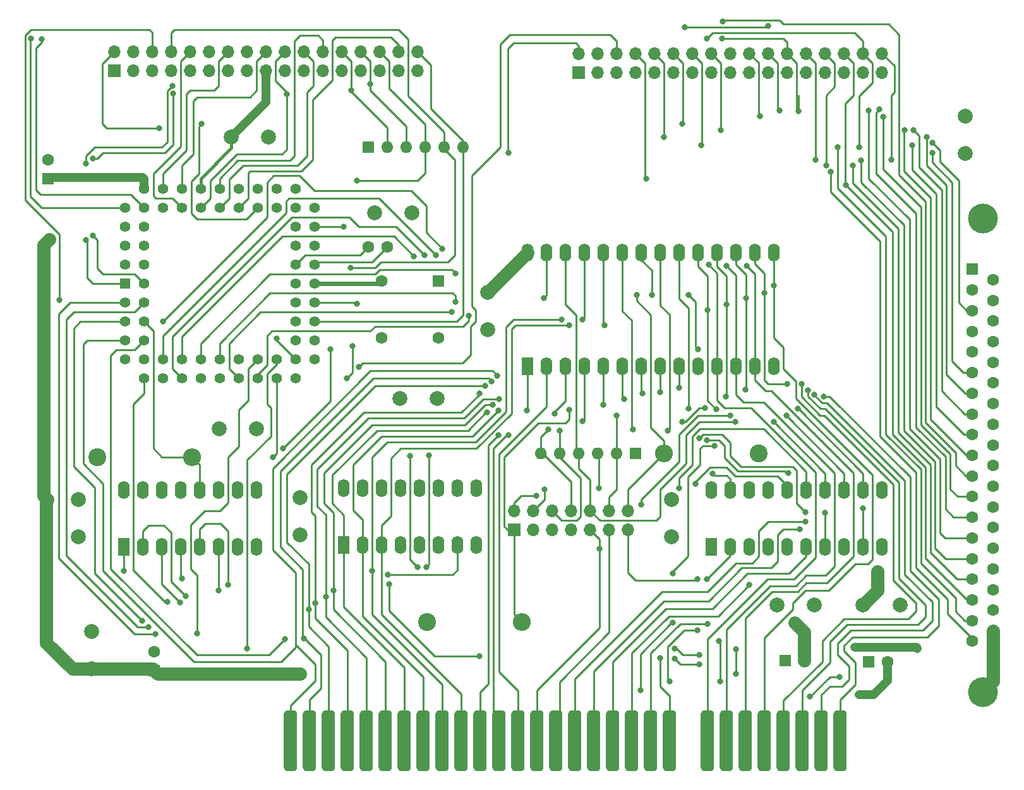
<source format=gtl>
%TF.GenerationSoftware,KiCad,Pcbnew,7.0.10*%
%TF.CreationDate,2024-10-23T16:42:54+13:00*%
%TF.ProjectId,isa_monster_fdc,6973615f-6d6f-46e7-9374-65725f666463,1.0*%
%TF.SameCoordinates,Original*%
%TF.FileFunction,Copper,L1,Top*%
%TF.FilePolarity,Positive*%
%FSLAX46Y46*%
G04 Gerber Fmt 4.6, Leading zero omitted, Abs format (unit mm)*
G04 Created by KiCad (PCBNEW 7.0.10) date 2024-10-23 16:42:54*
%MOMM*%
%LPD*%
G01*
G04 APERTURE LIST*
G04 Aperture macros list*
%AMRoundRect*
0 Rectangle with rounded corners*
0 $1 Rounding radius*
0 $2 $3 $4 $5 $6 $7 $8 $9 X,Y pos of 4 corners*
0 Add a 4 corners polygon primitive as box body*
4,1,4,$2,$3,$4,$5,$6,$7,$8,$9,$2,$3,0*
0 Add four circle primitives for the rounded corners*
1,1,$1+$1,$2,$3*
1,1,$1+$1,$4,$5*
1,1,$1+$1,$6,$7*
1,1,$1+$1,$8,$9*
0 Add four rect primitives between the rounded corners*
20,1,$1+$1,$2,$3,$4,$5,0*
20,1,$1+$1,$4,$5,$6,$7,0*
20,1,$1+$1,$6,$7,$8,$9,0*
20,1,$1+$1,$8,$9,$2,$3,0*%
G04 Aperture macros list end*
%TA.AperFunction,ConnectorPad*%
%ADD10RoundRect,0.444500X-0.444500X-3.619500X0.444500X-3.619500X0.444500X3.619500X-0.444500X3.619500X0*%
%TD*%
%TA.AperFunction,ComponentPad*%
%ADD11C,2.000000*%
%TD*%
%TA.AperFunction,ComponentPad*%
%ADD12R,1.600000X1.600000*%
%TD*%
%TA.AperFunction,ComponentPad*%
%ADD13C,1.600000*%
%TD*%
%TA.AperFunction,ComponentPad*%
%ADD14O,1.600000X1.600000*%
%TD*%
%TA.AperFunction,ComponentPad*%
%ADD15C,2.400000*%
%TD*%
%TA.AperFunction,ComponentPad*%
%ADD16O,2.400000X2.400000*%
%TD*%
%TA.AperFunction,ComponentPad*%
%ADD17R,1.600000X2.400000*%
%TD*%
%TA.AperFunction,ComponentPad*%
%ADD18O,1.600000X2.400000*%
%TD*%
%TA.AperFunction,ComponentPad*%
%ADD19C,4.000000*%
%TD*%
%TA.AperFunction,ComponentPad*%
%ADD20R,1.700000X1.700000*%
%TD*%
%TA.AperFunction,ComponentPad*%
%ADD21O,1.700000X1.700000*%
%TD*%
%TA.AperFunction,ComponentPad*%
%ADD22R,1.422400X1.422400*%
%TD*%
%TA.AperFunction,ComponentPad*%
%ADD23C,1.422400*%
%TD*%
%TA.AperFunction,ViaPad*%
%ADD24C,0.800000*%
%TD*%
%TA.AperFunction,ViaPad*%
%ADD25C,1.000000*%
%TD*%
%TA.AperFunction,Conductor*%
%ADD26C,0.275000*%
%TD*%
%TA.AperFunction,Conductor*%
%ADD27C,1.750000*%
%TD*%
%TA.AperFunction,Conductor*%
%ADD28C,1.200000*%
%TD*%
%TA.AperFunction,Conductor*%
%ADD29C,0.400000*%
%TD*%
%TA.AperFunction,Conductor*%
%ADD30C,0.600000*%
%TD*%
G04 APERTURE END LIST*
D10*
%TO.P,BUS1,33,SD7*%
%TO.N,/D7*%
X182880000Y-145732500D03*
%TO.P,BUS1,34,SD6*%
%TO.N,/D6*%
X180340000Y-145732500D03*
%TO.P,BUS1,35,SD5*%
%TO.N,/D5*%
X177800000Y-145732500D03*
%TO.P,BUS1,36,SD4*%
%TO.N,/D4*%
X175260000Y-145732500D03*
%TO.P,BUS1,37,SD3*%
%TO.N,/D3*%
X172720000Y-145732500D03*
%TO.P,BUS1,38,SD2*%
%TO.N,/D2*%
X170180000Y-145732500D03*
%TO.P,BUS1,39,SD1*%
%TO.N,/D1*%
X167640000Y-145732500D03*
%TO.P,BUS1,40,SD0*%
%TO.N,/D0*%
X165100000Y-145732500D03*
%TO.P,BUS1,42,AEN*%
%TO.N,/AEN*%
X160020000Y-145732500D03*
%TO.P,BUS1,43,SA19*%
%TO.N,/A19*%
X157480000Y-145732500D03*
%TO.P,BUS1,44,SA18*%
%TO.N,/A18*%
X154940000Y-145732500D03*
%TO.P,BUS1,45,SA17*%
%TO.N,/A17*%
X152400000Y-145732500D03*
%TO.P,BUS1,46,SA16*%
%TO.N,/A16*%
X149860000Y-145732500D03*
%TO.P,BUS1,47,SA15*%
%TO.N,/A15*%
X147320000Y-145732500D03*
%TO.P,BUS1,48,SA14*%
%TO.N,/A14*%
X144780000Y-145732500D03*
%TO.P,BUS1,49,SA13*%
%TO.N,/A13*%
X142240000Y-145732500D03*
%TO.P,BUS1,50,SA12*%
%TO.N,/A12*%
X139700000Y-145732500D03*
%TO.P,BUS1,51,SA11*%
%TO.N,/A11*%
X137160000Y-145732500D03*
%TO.P,BUS1,52,SA10*%
%TO.N,/A10*%
X134620000Y-145732500D03*
%TO.P,BUS1,53,SA9*%
%TO.N,/A9*%
X132080000Y-145732500D03*
%TO.P,BUS1,54,SA8*%
%TO.N,/A8*%
X129540000Y-145732500D03*
%TO.P,BUS1,55,SA7*%
%TO.N,/A7*%
X127000000Y-145732500D03*
%TO.P,BUS1,56,SA6*%
%TO.N,/A6*%
X124460000Y-145732500D03*
%TO.P,BUS1,57,SA5*%
%TO.N,/A5*%
X121920000Y-145732500D03*
%TO.P,BUS1,58,SA4*%
%TO.N,/A4*%
X119380000Y-145732500D03*
%TO.P,BUS1,59,SA3*%
%TO.N,/A3*%
X116840000Y-145732500D03*
%TO.P,BUS1,60,SA2*%
%TO.N,/A2*%
X114300000Y-145732500D03*
%TO.P,BUS1,61,SA1*%
%TO.N,/A1*%
X111760000Y-145732500D03*
%TO.P,BUS1,62,SA0*%
%TO.N,/A0*%
X109220000Y-145732500D03*
%TD*%
D11*
%TO.P,C7,1*%
%TO.N,VCC*%
X135636000Y-85638000D03*
%TO.P,C7,2*%
%TO.N,GND*%
X135636000Y-90638000D03*
%TD*%
%TO.P,C4,1*%
%TO.N,VCC*%
X160274000Y-113411000D03*
%TO.P,C4,2*%
%TO.N,GND*%
X160274000Y-118411000D03*
%TD*%
D12*
%TO.P,C13,1*%
%TO.N,VCC*%
X186690000Y-135128000D03*
D13*
%TO.P,C13,2*%
%TO.N,GND*%
X189190000Y-135128000D03*
%TD*%
D12*
%TO.P,RN1,1,common*%
%TO.N,VCC*%
X119634000Y-66167000D03*
D14*
%TO.P,RN1,2,R1*%
%TO.N,/TRK0_1*%
X122174000Y-66167000D03*
%TO.P,RN1,3,R2*%
%TO.N,/WP1*%
X124714000Y-66167000D03*
%TO.P,RN1,4,R3*%
%TO.N,/RDATA1*%
X127254000Y-66167000D03*
%TO.P,RN1,5,R4*%
%TO.N,/INDEX1*%
X129794000Y-66167000D03*
%TO.P,RN1,6,R5*%
%TO.N,/DSKCG1*%
X132334000Y-66167000D03*
%TD*%
D15*
%TO.P,R2,1*%
%TO.N,VCC*%
X127508000Y-129794000D03*
D16*
%TO.P,R2,2*%
%TO.N,Net-(JP3-Pin_1)*%
X140208000Y-129794000D03*
%TD*%
D17*
%TO.P,U4,1,G*%
%TO.N,GND*%
X165613000Y-119721000D03*
D18*
%TO.P,U4,2,P0*%
%TO.N,/A19*%
X168153000Y-119721000D03*
%TO.P,U4,3,R0*%
%TO.N,VCC*%
X170693000Y-119721000D03*
%TO.P,U4,4,P1*%
%TO.N,/A18*%
X173233000Y-119721000D03*
%TO.P,U4,5,R1*%
%TO.N,VCC*%
X175773000Y-119721000D03*
%TO.P,U4,6,P2*%
%TO.N,/A17*%
X178313000Y-119721000D03*
%TO.P,U4,7,R2*%
%TO.N,Net-(JP3-Pin_4)*%
X180853000Y-119721000D03*
%TO.P,U4,8,P3*%
%TO.N,/A16*%
X183393000Y-119721000D03*
%TO.P,U4,9,R3*%
%TO.N,Net-(JP3-Pin_6)*%
X185933000Y-119721000D03*
%TO.P,U4,10,GND*%
%TO.N,GND*%
X188473000Y-119721000D03*
%TO.P,U4,11,P4*%
%TO.N,/A15*%
X188473000Y-112101000D03*
%TO.P,U4,12,R4*%
%TO.N,Net-(JP3-Pin_8)*%
X185933000Y-112101000D03*
%TO.P,U4,13,P5*%
%TO.N,/A13*%
X183393000Y-112101000D03*
%TO.P,U4,14,R5*%
%TO.N,/ROM_A13*%
X180853000Y-112101000D03*
%TO.P,U4,15,P6*%
%TO.N,/A14*%
X178313000Y-112101000D03*
%TO.P,U4,16,R6*%
%TO.N,/ROM_A14*%
X175773000Y-112101000D03*
%TO.P,U4,17,P7*%
%TO.N,GND*%
X173233000Y-112101000D03*
%TO.P,U4,18,R7*%
X170693000Y-112101000D03*
%TO.P,U4,19,P=R*%
%TO.N,/~{ROM_CSI}*%
X168153000Y-112101000D03*
%TO.P,U4,20,VCC*%
%TO.N,VCC*%
X165613000Y-112101000D03*
%TD*%
D11*
%TO.P,C16,1*%
%TO.N,+12V*%
X179411000Y-127508000D03*
%TO.P,C16,2*%
%TO.N,GND*%
X174411000Y-127508000D03*
%TD*%
%TO.P,C10,1*%
%TO.N,Net-(JP2-B)*%
X199644000Y-66976000D03*
%TO.P,C10,2*%
%TO.N,GND*%
X199644000Y-61976000D03*
%TD*%
%TO.P,C5,1*%
%TO.N,VCC*%
X99608000Y-103886000D03*
%TO.P,C5,2*%
%TO.N,GND*%
X104608000Y-103886000D03*
%TD*%
D13*
%TO.P,J3,37,37*%
%TO.N,GND*%
X203373000Y-130987000D03*
%TO.P,J3,36,36*%
X203373000Y-128217000D03*
%TO.P,J3,35,35*%
X203373000Y-125447000D03*
%TO.P,J3,34,34*%
X203373000Y-122677000D03*
%TO.P,J3,33,33*%
X203373000Y-119907000D03*
%TO.P,J3,32,32*%
X203373000Y-117137000D03*
%TO.P,J3,31,31*%
X203373000Y-114367000D03*
%TO.P,J3,30,30*%
X203373000Y-111597000D03*
%TO.P,J3,29,29*%
X203373000Y-108827000D03*
%TO.P,J3,28,28*%
X203373000Y-106057000D03*
%TO.P,J3,27,27*%
X203373000Y-103287000D03*
%TO.P,J3,26,26*%
X203373000Y-100517000D03*
%TO.P,J3,25,25*%
X203373000Y-97747000D03*
%TO.P,J3,24,24*%
X203373000Y-94977000D03*
%TO.P,J3,23,23*%
X203373000Y-92207000D03*
%TO.P,J3,22,22*%
X203373000Y-89437000D03*
%TO.P,J3,21,21*%
X203373000Y-86667000D03*
%TO.P,J3,20,20*%
X203373000Y-83897000D03*
%TO.P,J3,19,19*%
%TO.N,/DSKCG1*%
X200533000Y-132372000D03*
%TO.P,J3,18,18*%
%TO.N,/HDSEL1*%
X200533000Y-129602000D03*
%TO.P,J3,17,17*%
%TO.N,/RDATA1*%
X200533000Y-126832000D03*
%TO.P,J3,16,16*%
%TO.N,/WP1*%
X200533000Y-124062000D03*
%TO.P,J3,15,15*%
%TO.N,/TRK0_1*%
X200533000Y-121292000D03*
%TO.P,J3,14,14*%
%TO.N,/WE1*%
X200533000Y-118522000D03*
%TO.P,J3,13,13*%
%TO.N,/WDATA1*%
X200533000Y-115752000D03*
%TO.P,J3,12,12*%
%TO.N,/STEP1*%
X200533000Y-112982000D03*
%TO.P,J3,11,11*%
%TO.N,/DIR1*%
X200533000Y-110212000D03*
%TO.P,J3,10,10*%
%TO.N,/ME_D*%
X200533000Y-107442000D03*
%TO.P,J3,9,9*%
%TO.N,/DS_C*%
X200533000Y-104672000D03*
%TO.P,J3,8,8*%
%TO.N,/DS_D*%
X200533000Y-101902000D03*
%TO.P,J3,7,7*%
%TO.N,/ME_C*%
X200533000Y-99132000D03*
%TO.P,J3,6,6*%
%TO.N,/INDEX1*%
X200533000Y-96362000D03*
%TO.P,J3,5,5*%
%TO.N,unconnected-(J3-Pad5)*%
X200533000Y-93592000D03*
%TO.P,J3,4,4*%
%TO.N,unconnected-(J3-Pad4)*%
X200533000Y-90822000D03*
%TO.P,J3,3,3*%
%TO.N,/DENSL1*%
X200533000Y-88052000D03*
%TO.P,J3,2,2*%
%TO.N,Net-(JP2-B)*%
X200533000Y-85282000D03*
D12*
%TO.P,J3,1,1*%
%TO.N,Net-(JP1-B)*%
X200533000Y-82512000D03*
D19*
%TO.P,J3,0,PAD*%
%TO.N,GND*%
X201953000Y-75692000D03*
X201953000Y-139192000D03*
%TD*%
D11*
%TO.P,C2,1*%
%TO.N,VCC*%
X80772000Y-113411000D03*
%TO.P,C2,2*%
%TO.N,GND*%
X80772000Y-118411000D03*
%TD*%
D17*
%TO.P,U3,1,A0*%
%TO.N,/A8*%
X86868000Y-119721000D03*
D18*
%TO.P,U3,2,A1*%
%TO.N,/A4*%
X89408000Y-119721000D03*
%TO.P,U3,3,A2*%
%TO.N,/A3*%
X91948000Y-119721000D03*
%TO.P,U3,4,E1*%
%TO.N,Net-(U2-O7)*%
X94488000Y-119721000D03*
%TO.P,U3,5,E2*%
%TO.N,/AEN*%
X97028000Y-119721000D03*
%TO.P,U3,6,E3*%
%TO.N,/A5*%
X99568000Y-119721000D03*
%TO.P,U3,7,O7*%
%TO.N,unconnected-(U3-O7-Pad7)*%
X102108000Y-119721000D03*
%TO.P,U3,8,GND*%
%TO.N,GND*%
X104648000Y-119721000D03*
%TO.P,U3,9,O6*%
%TO.N,unconnected-(U3-O6-Pad9)*%
X104648000Y-112101000D03*
%TO.P,U3,10,O5*%
%TO.N,unconnected-(U3-O5-Pad10)*%
X102108000Y-112101000D03*
%TO.P,U3,11,O4*%
%TO.N,unconnected-(U3-O4-Pad11)*%
X99568000Y-112101000D03*
%TO.P,U3,12,O3*%
%TO.N,/~{0x3F0}*%
X97028000Y-112101000D03*
%TO.P,U3,13,O2*%
%TO.N,unconnected-(U3-O2-Pad13)*%
X94488000Y-112101000D03*
%TO.P,U3,14,O1*%
%TO.N,unconnected-(U3-O1-Pad14)*%
X91948000Y-112101000D03*
%TO.P,U3,15,O0*%
%TO.N,unconnected-(U3-O0-Pad15)*%
X89408000Y-112101000D03*
%TO.P,U3,16,VCC*%
%TO.N,VCC*%
X86868000Y-112101000D03*
%TD*%
D12*
%TO.P,RN2,1,common*%
%TO.N,GND*%
X155448000Y-107188000D03*
D14*
%TO.P,RN2,2,R1*%
%TO.N,/ROM_A14*%
X152908000Y-107188000D03*
%TO.P,RN2,3,R2*%
%TO.N,Net-(JP3-Pin_4)*%
X150368000Y-107188000D03*
%TO.P,RN2,4,R3*%
%TO.N,/ROM_A13*%
X147828000Y-107188000D03*
%TO.P,RN2,5,R4*%
%TO.N,Net-(JP3-Pin_6)*%
X145288000Y-107188000D03*
%TO.P,RN2,6,R5*%
%TO.N,Net-(JP3-Pin_8)*%
X142748000Y-107188000D03*
%TD*%
D13*
%TO.P,C1,1*%
%TO.N,Net-(U1-HIFIL)*%
X119654000Y-79502000D03*
%TO.P,C1,2*%
%TO.N,Net-(U1-LOFIL)*%
X122154000Y-79502000D03*
%TD*%
D11*
%TO.P,C6,1*%
%TO.N,VCC*%
X106259000Y-64770000D03*
%TO.P,C6,2*%
%TO.N,GND*%
X101259000Y-64770000D03*
%TD*%
D20*
%TO.P,J1,1,Pin_1*%
%TO.N,GND*%
X85598000Y-55880000D03*
D21*
%TO.P,J1,2,Pin_2*%
%TO.N,/DENSL1*%
X85598000Y-53340000D03*
%TO.P,J1,3,Pin_3*%
%TO.N,unconnected-(J1-Pin_3-Pad3)*%
X88138000Y-55880000D03*
%TO.P,J1,4,Pin_4*%
%TO.N,unconnected-(J1-Pin_4-Pad4)*%
X88138000Y-53340000D03*
%TO.P,J1,5,Pin_5*%
%TO.N,GND*%
X90678000Y-55880000D03*
%TO.P,J1,6,Pin_6*%
%TO.N,/DRATE1*%
X90678000Y-53340000D03*
%TO.P,J1,7,Pin_7*%
%TO.N,GND*%
X93218000Y-55880000D03*
%TO.P,J1,8,Pin_8*%
%TO.N,/INDEX1*%
X93218000Y-53340000D03*
%TO.P,J1,9,Pin_9*%
%TO.N,GND*%
X95758000Y-55880000D03*
%TO.P,J1,10,Pin_10*%
%TO.N,/ME_A*%
X95758000Y-53340000D03*
%TO.P,J1,11,Pin_11*%
%TO.N,GND*%
X98298000Y-55880000D03*
%TO.P,J1,12,Pin_12*%
%TO.N,/DS_B*%
X98298000Y-53340000D03*
%TO.P,J1,13,Pin_13*%
%TO.N,GND*%
X100838000Y-55880000D03*
%TO.P,J1,14,Pin_14*%
%TO.N,/DS_A*%
X100838000Y-53340000D03*
%TO.P,J1,15,Pin_15*%
%TO.N,GND*%
X103378000Y-55880000D03*
%TO.P,J1,16,Pin_16*%
%TO.N,/ME_B*%
X103378000Y-53340000D03*
%TO.P,J1,17,Pin_17*%
%TO.N,GND*%
X105918000Y-55880000D03*
%TO.P,J1,18,Pin_18*%
%TO.N,/DIR1*%
X105918000Y-53340000D03*
%TO.P,J1,19,Pin_19*%
%TO.N,GND*%
X108458000Y-55880000D03*
%TO.P,J1,20,Pin_20*%
%TO.N,/STEP1*%
X108458000Y-53340000D03*
%TO.P,J1,21,Pin_21*%
%TO.N,GND*%
X110998000Y-55880000D03*
%TO.P,J1,22,Pin_22*%
%TO.N,/WDATA1*%
X110998000Y-53340000D03*
%TO.P,J1,23,Pin_23*%
%TO.N,GND*%
X113538000Y-55880000D03*
%TO.P,J1,24,Pin_24*%
%TO.N,/WE1*%
X113538000Y-53340000D03*
%TO.P,J1,25,Pin_25*%
%TO.N,GND*%
X116078000Y-55880000D03*
%TO.P,J1,26,Pin_26*%
%TO.N,/TRK0_1*%
X116078000Y-53340000D03*
%TO.P,J1,27,Pin_27*%
%TO.N,GND*%
X118618000Y-55880000D03*
%TO.P,J1,28,Pin_28*%
%TO.N,/WP1*%
X118618000Y-53340000D03*
%TO.P,J1,29,Pin_29*%
%TO.N,GND*%
X121158000Y-55880000D03*
%TO.P,J1,30,Pin_30*%
%TO.N,/RDATA1*%
X121158000Y-53340000D03*
%TO.P,J1,31,Pin_31*%
%TO.N,GND*%
X123698000Y-55880000D03*
%TO.P,J1,32,Pin_32*%
%TO.N,/HDSEL1*%
X123698000Y-53340000D03*
%TO.P,J1,33,Pin_33*%
%TO.N,GND*%
X126238000Y-55880000D03*
%TO.P,J1,34,Pin_34*%
%TO.N,/DSKCG1*%
X126238000Y-53340000D03*
%TD*%
D11*
%TO.P,C11,1*%
%TO.N,VCC*%
X82550000Y-136104000D03*
%TO.P,C11,2*%
%TO.N,GND*%
X82550000Y-131104000D03*
%TD*%
D20*
%TO.P,JP3,1,Pin_1*%
%TO.N,Net-(JP3-Pin_1)*%
X139192000Y-117435000D03*
D21*
%TO.P,JP3,2,Pin_2*%
%TO.N,/~{ROM_CSI}*%
X139192000Y-114895000D03*
%TO.P,JP3,3,Pin_3*%
%TO.N,VCC*%
X141732000Y-117435000D03*
%TO.P,JP3,4,Pin_4*%
%TO.N,Net-(JP3-Pin_4)*%
X141732000Y-114895000D03*
%TO.P,JP3,5,Pin_5*%
%TO.N,VCC*%
X144272000Y-117435000D03*
%TO.P,JP3,6,Pin_6*%
%TO.N,Net-(JP3-Pin_6)*%
X144272000Y-114895000D03*
%TO.P,JP3,7,Pin_7*%
%TO.N,VCC*%
X146812000Y-117435000D03*
%TO.P,JP3,8,Pin_8*%
%TO.N,Net-(JP3-Pin_8)*%
X146812000Y-114895000D03*
%TO.P,JP3,9,Pin_9*%
%TO.N,/A13*%
X149352000Y-117435000D03*
%TO.P,JP3,10,Pin_10*%
%TO.N,/ROM_A13*%
X149352000Y-114895000D03*
%TO.P,JP3,11,Pin_11*%
%TO.N,/A14*%
X151892000Y-117435000D03*
%TO.P,JP3,12,Pin_12*%
%TO.N,/ROM_A14*%
X151892000Y-114895000D03*
%TO.P,JP3,13,Pin_13*%
%TO.N,/~{MEMW}*%
X154432000Y-117435000D03*
%TO.P,JP3,14,Pin_14*%
%TO.N,Net-(JP3-Pin_14)*%
X154432000Y-114895000D03*
%TD*%
D17*
%TO.P,U2,1,A0*%
%TO.N,/A6*%
X116347000Y-119467000D03*
D18*
%TO.P,U2,2,A1*%
%TO.N,/A7*%
X118887000Y-119467000D03*
%TO.P,U2,3,A2*%
%TO.N,/A9*%
X121427000Y-119467000D03*
%TO.P,U2,4,E1*%
%TO.N,GND*%
X123967000Y-119467000D03*
%TO.P,U2,5,E2*%
X126507000Y-119467000D03*
%TO.P,U2,6,E3*%
%TO.N,VCC*%
X129047000Y-119467000D03*
%TO.P,U2,7,O7*%
%TO.N,Net-(U2-O7)*%
X131587000Y-119467000D03*
%TO.P,U2,8,GND*%
%TO.N,GND*%
X134127000Y-119467000D03*
%TO.P,U2,9,O6*%
%TO.N,unconnected-(U2-O6-Pad9)*%
X134127000Y-111847000D03*
%TO.P,U2,10,O5*%
%TO.N,unconnected-(U2-O5-Pad10)*%
X131587000Y-111847000D03*
%TO.P,U2,11,O4*%
%TO.N,unconnected-(U2-O4-Pad11)*%
X129047000Y-111847000D03*
%TO.P,U2,12,O3*%
%TO.N,unconnected-(U2-O3-Pad12)*%
X126507000Y-111847000D03*
%TO.P,U2,13,O2*%
%TO.N,unconnected-(U2-O2-Pad13)*%
X123967000Y-111847000D03*
%TO.P,U2,14,O1*%
%TO.N,unconnected-(U2-O1-Pad14)*%
X121427000Y-111847000D03*
%TO.P,U2,15,O0*%
%TO.N,unconnected-(U2-O0-Pad15)*%
X118887000Y-111847000D03*
%TO.P,U2,16,VCC*%
%TO.N,VCC*%
X116347000Y-111847000D03*
%TD*%
D11*
%TO.P,C9,1*%
%TO.N,VCC*%
X123825000Y-99822000D03*
%TO.P,C9,2*%
%TO.N,GND*%
X128825000Y-99822000D03*
%TD*%
%TO.P,C8,1*%
%TO.N,VCC*%
X120436000Y-74930000D03*
%TO.P,C8,2*%
%TO.N,GND*%
X125436000Y-74930000D03*
%TD*%
%TO.P,C12,1*%
%TO.N,VCC*%
X185928000Y-127508000D03*
%TO.P,C12,2*%
%TO.N,GND*%
X190928000Y-127508000D03*
%TD*%
%TO.P,C3,1*%
%TO.N,VCC*%
X110490000Y-113157000D03*
%TO.P,C3,2*%
%TO.N,GND*%
X110490000Y-118157000D03*
%TD*%
D22*
%TO.P,U1,1,WP*%
%TO.N,/WP1*%
X86995000Y-84455000D03*
D23*
%TO.P,U1,2,TRK0*%
%TO.N,/TRK0_1*%
X89535000Y-84455000D03*
%TO.P,U1,3,~{DACK}*%
%TO.N,/~{DACK2}*%
X86995000Y-86995000D03*
%TO.P,U1,4,~{RD}*%
%TO.N,/~{IOR}*%
X89535000Y-86995000D03*
%TO.P,U1,5,~{WR}*%
%TO.N,/~{IOW}*%
X86995000Y-89535000D03*
%TO.P,U1,6,CS*%
%TO.N,/~{0x3F0}*%
X89535000Y-89535000D03*
%TO.P,U1,7,A0*%
%TO.N,/A0*%
X86995000Y-92075000D03*
%TO.P,U1,8,A1*%
%TO.N,/A1*%
X89535000Y-92075000D03*
%TO.P,U1,9,GND*%
%TO.N,GND*%
X86995000Y-94615000D03*
%TO.P,U1,10,A2*%
%TO.N,/A2*%
X89535000Y-97155000D03*
%TO.P,U1,11,DB0*%
%TO.N,/D0*%
X89535000Y-94615000D03*
%TO.P,U1,12,GND*%
%TO.N,GND*%
X92075000Y-97155000D03*
%TO.P,U1,13,DB1*%
%TO.N,/D1*%
X92075000Y-94615000D03*
%TO.P,U1,14,DB2*%
%TO.N,/D2*%
X94615000Y-97155000D03*
%TO.P,U1,15,DB3*%
%TO.N,/D3*%
X94615000Y-94615000D03*
%TO.P,U1,16,GND*%
%TO.N,GND*%
X97155000Y-97155000D03*
%TO.P,U1,17,DB4*%
%TO.N,/D4*%
X97155000Y-94615000D03*
%TO.P,U1,18,VCC*%
%TO.N,VCC*%
X99695000Y-97155000D03*
%TO.P,U1,19,DB5*%
%TO.N,/D5*%
X99695000Y-94615000D03*
%TO.P,U1,20,DB6*%
%TO.N,/D6*%
X102235000Y-97155000D03*
%TO.P,U1,21,GND*%
%TO.N,GND*%
X102235000Y-94615000D03*
%TO.P,U1,22,DB7*%
%TO.N,/D7*%
X104775000Y-97155000D03*
%TO.P,U1,23,INT*%
%TO.N,/IRQ6*%
X104775000Y-94615000D03*
%TO.P,U1,24,DRQ*%
%TO.N,/DRQ2*%
X107315000Y-97155000D03*
%TO.P,U1,25,TC*%
%TO.N,/TC*%
X107315000Y-94615000D03*
%TO.P,U1,26,INDX*%
%TO.N,/INDEX1*%
X109855000Y-97155000D03*
%TO.P,U1,27,IDENT*%
%TO.N,VCC*%
X112395000Y-94615000D03*
%TO.P,U1,28,DRATE0*%
%TO.N,/DRATE1*%
X109855000Y-94615000D03*
%TO.P,U1,29,DRATE1*%
%TO.N,unconnected-(U1-DRATE1-Pad29)*%
X112395000Y-92075000D03*
%TO.P,U1,30,DRV2*%
%TO.N,GND*%
X109855000Y-92075000D03*
%TO.P,U1,31,DSKCHG*%
%TO.N,/DSKCG1*%
X112395000Y-89535000D03*
%TO.P,U1,32,RESET*%
%TO.N,/RESETDRV*%
X109855000Y-89535000D03*
%TO.P,U1,33,X1*%
%TO.N,/FDC_CLK*%
X112395000Y-86995000D03*
%TO.P,U1,34,X2*%
%TO.N,unconnected-(U1-X2-Pad34)*%
X109855000Y-86995000D03*
%TO.P,U1,35,~{INVERT}*%
%TO.N,GND*%
X112395000Y-84455000D03*
%TO.P,U1,36,GND*%
X109855000Y-84455000D03*
%TO.P,U1,37,LOFIL*%
%TO.N,Net-(U1-LOFIL)*%
X112395000Y-81915000D03*
%TO.P,U1,38,HIFIL*%
%TO.N,Net-(U1-HIFIL)*%
X109855000Y-81915000D03*
%TO.P,U1,39,PLL0*%
%TO.N,VCC*%
X112395000Y-79375000D03*
%TO.P,U1,40,VCC*%
X109855000Y-79375000D03*
%TO.P,U1,41,RDDATA*%
%TO.N,/RDATA1*%
X112395000Y-76835000D03*
%TO.P,U1,42,NC*%
%TO.N,unconnected-(U1-NC-Pad42)*%
X109855000Y-76835000D03*
%TO.P,U1,43,NC*%
%TO.N,unconnected-(U1-NC-Pad43)*%
X112395000Y-74295000D03*
%TO.P,U1,44,NC*%
%TO.N,unconnected-(U1-NC-Pad44)*%
X109855000Y-71755000D03*
%TO.P,U1,45,AVSS*%
%TO.N,GND*%
X109855000Y-74295000D03*
%TO.P,U1,46,AVCC*%
%TO.N,VCC*%
X107315000Y-71755000D03*
%TO.P,U1,47,NC*%
%TO.N,unconnected-(U1-NC-Pad47)*%
X107315000Y-74295000D03*
%TO.P,U1,48,MFM*%
%TO.N,unconnected-(U1-MFM-Pad48)*%
X104775000Y-71755000D03*
%TO.P,U1,49,DENSEL*%
%TO.N,/DENSL1*%
X104775000Y-74295000D03*
%TO.P,U1,50,GND*%
%TO.N,GND*%
X102235000Y-71755000D03*
%TO.P,U1,51,HDSEL*%
%TO.N,/HDSEL1*%
X102235000Y-74295000D03*
%TO.P,U1,52,WE*%
%TO.N,/WE1*%
X99695000Y-71755000D03*
%TO.P,U1,53,WRDATA*%
%TO.N,/WDATA1*%
X99695000Y-74295000D03*
%TO.P,U1,54,GND*%
%TO.N,GND*%
X97155000Y-71755000D03*
%TO.P,U1,55,STEP*%
%TO.N,/STEP1*%
X97155000Y-74295000D03*
%TO.P,U1,56,DIR*%
%TO.N,/DIR1*%
X94615000Y-71755000D03*
%TO.P,U1,57,ME0*%
%TO.N,/ME_A*%
X94615000Y-74295000D03*
%TO.P,U1,58,DS0*%
%TO.N,/DS_A*%
X92075000Y-71755000D03*
%TO.P,U1,59,GND*%
%TO.N,GND*%
X92075000Y-74295000D03*
%TO.P,U1,60,VCC*%
%TO.N,VCC*%
X89535000Y-71755000D03*
%TO.P,U1,61,ME1*%
%TO.N,/ME_B*%
X86995000Y-74295000D03*
%TO.P,U1,62,DS1*%
%TO.N,/DS_B*%
X89535000Y-74295000D03*
%TO.P,U1,63,ME2*%
%TO.N,/ME_C*%
X86995000Y-76835000D03*
%TO.P,U1,64,DS2*%
%TO.N,/DS_C*%
X89535000Y-76835000D03*
%TO.P,U1,65,GND*%
%TO.N,GND*%
X86995000Y-79375000D03*
%TO.P,U1,66,ME3*%
%TO.N,/ME_D*%
X89535000Y-79375000D03*
%TO.P,U1,67,DS3*%
%TO.N,/DS_D*%
X86995000Y-81915000D03*
%TO.P,U1,68,VCC*%
%TO.N,VCC*%
X89535000Y-81915000D03*
%TD*%
D12*
%TO.P,C15,1*%
%TO.N,VCC*%
X90932000Y-136280651D03*
D13*
%TO.P,C15,2*%
%TO.N,GND*%
X90932000Y-133780651D03*
%TD*%
D12*
%TO.P,C17,1*%
%TO.N,+12V*%
X175504349Y-135001000D03*
D13*
%TO.P,C17,2*%
%TO.N,GND*%
X178004349Y-135001000D03*
%TD*%
D12*
%TO.P,C14,1*%
%TO.N,VCC*%
X76708000Y-70358000D03*
D13*
%TO.P,C14,2*%
%TO.N,GND*%
X76708000Y-67858000D03*
%TD*%
D12*
%TO.P,X1,1,EN*%
%TO.N,unconnected-(X1-EN-Pad1)*%
X129032000Y-84074000D03*
D13*
%TO.P,X1,4,GND*%
%TO.N,GND*%
X121412000Y-84074000D03*
%TO.P,X1,5,OUT*%
%TO.N,/FDC_CLK*%
X121412000Y-91694000D03*
%TO.P,X1,8,Vcc*%
%TO.N,VCC*%
X129032000Y-91694000D03*
%TD*%
D15*
%TO.P,R1,1*%
%TO.N,VCC*%
X83312000Y-107696000D03*
D16*
%TO.P,R1,2*%
%TO.N,/~{0x3F0}*%
X96012000Y-107696000D03*
%TD*%
D20*
%TO.P,J2,1,Pin_1*%
%TO.N,GND*%
X147828000Y-56134000D03*
D21*
%TO.P,J2,2,Pin_2*%
%TO.N,/DENSL1*%
X147828000Y-53594000D03*
%TO.P,J2,3,Pin_3*%
%TO.N,unconnected-(J2-Pin_3-Pad3)*%
X150368000Y-56134000D03*
%TO.P,J2,4,Pin_4*%
%TO.N,unconnected-(J2-Pin_4-Pad4)*%
X150368000Y-53594000D03*
%TO.P,J2,5,Pin_5*%
%TO.N,GND*%
X152908000Y-56134000D03*
%TO.P,J2,6,Pin_6*%
%TO.N,/DRATE1*%
X152908000Y-53594000D03*
%TO.P,J2,7,Pin_7*%
%TO.N,GND*%
X155448000Y-56134000D03*
%TO.P,J2,8,Pin_8*%
%TO.N,/INDEX1*%
X155448000Y-53594000D03*
%TO.P,J2,9,Pin_9*%
%TO.N,GND*%
X157988000Y-56134000D03*
%TO.P,J2,10,Pin_10*%
%TO.N,/ME_C*%
X157988000Y-53594000D03*
%TO.P,J2,11,Pin_11*%
%TO.N,GND*%
X160528000Y-56134000D03*
%TO.P,J2,12,Pin_12*%
%TO.N,/DS_D*%
X160528000Y-53594000D03*
%TO.P,J2,13,Pin_13*%
%TO.N,GND*%
X163068000Y-56134000D03*
%TO.P,J2,14,Pin_14*%
%TO.N,/DS_C*%
X163068000Y-53594000D03*
%TO.P,J2,15,Pin_15*%
%TO.N,GND*%
X165608000Y-56134000D03*
%TO.P,J2,16,Pin_16*%
%TO.N,/ME_D*%
X165608000Y-53594000D03*
%TO.P,J2,17,Pin_17*%
%TO.N,GND*%
X168148000Y-56134000D03*
%TO.P,J2,18,Pin_18*%
%TO.N,/DIR1*%
X168148000Y-53594000D03*
%TO.P,J2,19,Pin_19*%
%TO.N,GND*%
X170688000Y-56134000D03*
%TO.P,J2,20,Pin_20*%
%TO.N,/STEP1*%
X170688000Y-53594000D03*
%TO.P,J2,21,Pin_21*%
%TO.N,GND*%
X173228000Y-56134000D03*
%TO.P,J2,22,Pin_22*%
%TO.N,/WDATA1*%
X173228000Y-53594000D03*
%TO.P,J2,23,Pin_23*%
%TO.N,GND*%
X175768000Y-56134000D03*
%TO.P,J2,24,Pin_24*%
%TO.N,/WE1*%
X175768000Y-53594000D03*
%TO.P,J2,25,Pin_25*%
%TO.N,GND*%
X178308000Y-56134000D03*
%TO.P,J2,26,Pin_26*%
%TO.N,/TRK0_1*%
X178308000Y-53594000D03*
%TO.P,J2,27,Pin_27*%
%TO.N,GND*%
X180848000Y-56134000D03*
%TO.P,J2,28,Pin_28*%
%TO.N,/WP1*%
X180848000Y-53594000D03*
%TO.P,J2,29,Pin_29*%
%TO.N,GND*%
X183388000Y-56134000D03*
%TO.P,J2,30,Pin_30*%
%TO.N,/RDATA1*%
X183388000Y-53594000D03*
%TO.P,J2,31,Pin_31*%
%TO.N,GND*%
X185928000Y-56134000D03*
%TO.P,J2,32,Pin_32*%
%TO.N,/HDSEL1*%
X185928000Y-53594000D03*
%TO.P,J2,33,Pin_33*%
%TO.N,GND*%
X188468000Y-56134000D03*
%TO.P,J2,34,Pin_34*%
%TO.N,/DSKCG1*%
X188468000Y-53594000D03*
%TD*%
D15*
%TO.P,R3,1*%
%TO.N,VCC*%
X171958000Y-107188000D03*
D16*
%TO.P,R3,2*%
%TO.N,Net-(JP3-Pin_14)*%
X159258000Y-107188000D03*
%TD*%
D17*
%TO.P,U5,1,A14*%
%TO.N,/ROM_A14*%
X140970000Y-95504000D03*
D18*
%TO.P,U5,2,A12*%
%TO.N,/A12*%
X143510000Y-95504000D03*
%TO.P,U5,3,A7*%
%TO.N,/A7*%
X146050000Y-95504000D03*
%TO.P,U5,4,A6*%
%TO.N,/A6*%
X148590000Y-95504000D03*
%TO.P,U5,5,A5*%
%TO.N,/A5*%
X151130000Y-95504000D03*
%TO.P,U5,6,A4*%
%TO.N,/A4*%
X153670000Y-95504000D03*
%TO.P,U5,7,A3*%
%TO.N,/A3*%
X156210000Y-95504000D03*
%TO.P,U5,8,A2*%
%TO.N,/A2*%
X158750000Y-95504000D03*
%TO.P,U5,9,A1*%
%TO.N,/A1*%
X161290000Y-95504000D03*
%TO.P,U5,10,A0*%
%TO.N,/A0*%
X163830000Y-95504000D03*
%TO.P,U5,11,DQ0*%
%TO.N,/D0*%
X166370000Y-95504000D03*
%TO.P,U5,12,DQ1*%
%TO.N,/D1*%
X168910000Y-95504000D03*
%TO.P,U5,13,DQ2*%
%TO.N,/D2*%
X171450000Y-95504000D03*
%TO.P,U5,14,GND*%
%TO.N,GND*%
X173990000Y-95504000D03*
%TO.P,U5,15,DQ3*%
%TO.N,/D3*%
X173990000Y-80264000D03*
%TO.P,U5,16,DQ4*%
%TO.N,/D4*%
X171450000Y-80264000D03*
%TO.P,U5,17,DQ5*%
%TO.N,/D5*%
X168910000Y-80264000D03*
%TO.P,U5,18,DQ6*%
%TO.N,/D6*%
X166370000Y-80264000D03*
%TO.P,U5,19,DQ7*%
%TO.N,/D7*%
X163830000Y-80264000D03*
%TO.P,U5,20,~{CE}*%
%TO.N,Net-(JP3-Pin_1)*%
X161290000Y-80264000D03*
%TO.P,U5,21,A10*%
%TO.N,/A10*%
X158750000Y-80264000D03*
%TO.P,U5,22,~{OE}*%
%TO.N,/~{MEMR}*%
X156210000Y-80264000D03*
%TO.P,U5,23,A11*%
%TO.N,/A11*%
X153670000Y-80264000D03*
%TO.P,U5,24,A9*%
%TO.N,/A9*%
X151130000Y-80264000D03*
%TO.P,U5,25,A8*%
%TO.N,/A8*%
X148590000Y-80264000D03*
%TO.P,U5,26,A13*%
%TO.N,/ROM_A13*%
X146050000Y-80264000D03*
%TO.P,U5,27,~{WE}*%
%TO.N,Net-(JP3-Pin_14)*%
X143510000Y-80264000D03*
%TO.P,U5,28,VCC*%
%TO.N,VCC*%
X140970000Y-80264000D03*
%TD*%
D24*
%TO.N,/A0*%
X136906000Y-96774000D03*
%TO.N,/A1*%
X110998000Y-132016000D03*
X108458000Y-132080000D03*
X136144000Y-97536000D03*
X161290000Y-98425000D03*
%TO.N,/A10*%
X137033000Y-104775000D03*
X159766000Y-104140000D03*
%TO.N,/A11*%
X155067000Y-104012500D03*
X138430000Y-104775000D03*
%TO.N,/A13*%
X168148000Y-102108000D03*
X156210000Y-114046000D03*
X175641000Y-102108000D03*
X150622000Y-120015000D03*
%TO.N,/A14*%
X161290000Y-111887000D03*
%TO.N,/A15*%
X178181000Y-116332000D03*
%TO.N,/A16*%
X177419000Y-117348000D03*
%TO.N,/A18*%
X170688000Y-124841000D03*
%TO.N,/A19*%
X165100000Y-130048000D03*
X164973000Y-124079000D03*
%TO.N,/A2*%
X92710000Y-127127000D03*
X111633000Y-128143000D03*
X158750000Y-98996000D03*
X135255000Y-98171000D03*
%TO.N,/A3*%
X134493000Y-99187500D03*
X156337000Y-99187000D03*
X112522000Y-127254000D03*
X94424500Y-127190500D03*
%TO.N,/A4*%
X113919000Y-126428000D03*
X137159500Y-99887341D03*
X95123000Y-126365000D03*
X153924000Y-99887341D03*
%TO.N,/A5*%
X151130000Y-100711000D03*
X136271000Y-100711000D03*
X99568000Y-125603000D03*
X114935000Y-125603000D03*
%TO.N,/A6*%
X148336000Y-102870000D03*
X135509000Y-101727000D03*
%TO.N,/A7*%
X137033000Y-101473000D03*
X144621831Y-101885169D03*
%TO.N,/A8*%
X145542000Y-89281000D03*
X120142000Y-122936000D03*
X86868000Y-122936000D03*
X148336000Y-89281000D03*
%TO.N,/A9*%
X151257000Y-90043000D03*
X146558000Y-90043000D03*
%TO.N,/AEN*%
X158750000Y-134620000D03*
X100838000Y-124778000D03*
X134493000Y-134366000D03*
X122428000Y-124714000D03*
%TO.N,/D0*%
X129540000Y-79756000D03*
X92075000Y-89535000D03*
X165227000Y-81915000D03*
%TO.N,/D1*%
X167640000Y-82042000D03*
X128651000Y-80645000D03*
%TO.N,/D2*%
X170307000Y-82042000D03*
X127127000Y-80645000D03*
%TO.N,/D3*%
X173990000Y-84709000D03*
X125730000Y-80772000D03*
%TO.N,/D4*%
X172720000Y-85725000D03*
X175768000Y-97917000D03*
X177673000Y-97917000D03*
X131318000Y-83058000D03*
%TO.N,/D5*%
X178562000Y-98742000D03*
X170225000Y-86360000D03*
X131318000Y-86868000D03*
X170180000Y-98616000D03*
%TO.N,/D6*%
X130810000Y-88265000D03*
X167513000Y-99568000D03*
X179405713Y-99333375D03*
X167640000Y-87249000D03*
%TO.N,/D7*%
X166243000Y-101283000D03*
X133096000Y-88773000D03*
X165100000Y-88011000D03*
X180625169Y-99536831D03*
%TO.N,/DRQ2*%
X160655000Y-133350000D03*
X127381000Y-122428000D03*
X166624000Y-132334000D03*
X127762000Y-107442000D03*
X166751000Y-137795000D03*
X163957000Y-134239000D03*
X106807000Y-107696000D03*
%TO.N,/IRQ6*%
X96647000Y-131318000D03*
%TO.N,/TC*%
X103378000Y-133350000D03*
%TO.N,/~{DACK2}*%
X91059000Y-131445000D03*
%TO.N,/~{IOR}*%
X90170000Y-130492000D03*
%TO.N,/~{IOW}*%
X89281000Y-129604000D03*
%TO.N,/~{MEMR}*%
X165989000Y-106172500D03*
X156083000Y-138938000D03*
X157607000Y-85979000D03*
X162560000Y-85979000D03*
X161734500Y-102933500D03*
X160389136Y-129909136D03*
X163830000Y-93218000D03*
X164719000Y-101092000D03*
X160401000Y-123317000D03*
%TO.N,/~{MEMW}*%
X163703000Y-130873000D03*
X163703000Y-124079000D03*
X160020000Y-137795000D03*
D25*
%TO.N,GND*%
X185420000Y-139510000D03*
D24*
X176784000Y-129921000D03*
D25*
%TO.N,VCC*%
X110499651Y-136779000D03*
X76581000Y-113411000D03*
X187833000Y-123063000D03*
X76835000Y-78486000D03*
X76073000Y-101727000D03*
%TO.N,+12V*%
X184785000Y-133223000D03*
X193199000Y-133318000D03*
D24*
%TO.N,/RESETDRV*%
X182753000Y-137160000D03*
X160655000Y-134747000D03*
X168910000Y-133477000D03*
X125222000Y-107506000D03*
X108204000Y-106553000D03*
X178816000Y-139827000D03*
X163957000Y-135509000D03*
X126238000Y-122428000D03*
X114554000Y-93218000D03*
X168910000Y-136779000D03*
%TO.N,/DSKCG1*%
X189738000Y-67818000D03*
X181610000Y-69469000D03*
%TO.N,/HDSEL1*%
X185420000Y-66167000D03*
X182499000Y-66167000D03*
X164973000Y-51562000D03*
%TO.N,/RDATA1*%
X116332000Y-76835000D03*
X118110000Y-70612000D03*
X183642000Y-71247000D03*
%TO.N,/WP1*%
X184531000Y-68580000D03*
X81788000Y-78613000D03*
X93345000Y-57912000D03*
X81788000Y-68326000D03*
X119888000Y-57658000D03*
X180975000Y-68580000D03*
%TO.N,/TRK0_1*%
X117348000Y-58547000D03*
X185674000Y-67945000D03*
X93434108Y-58963671D03*
X82677000Y-77978000D03*
X179578000Y-67818000D03*
X82677000Y-67691000D03*
%TO.N,/WE1*%
X177292000Y-61341000D03*
X167005000Y-51562000D03*
X186690000Y-61214000D03*
%TO.N,/WDATA1*%
X162052000Y-50038000D03*
X174752000Y-61214000D03*
X188087000Y-61087000D03*
X173228000Y-49911000D03*
%TO.N,/STEP1*%
X108712000Y-59055000D03*
X172085000Y-61976000D03*
X188595000Y-62103000D03*
%TO.N,/DIR1*%
X167132000Y-49276000D03*
%TO.N,/INDEX1*%
X117475000Y-92837000D03*
X156845000Y-70358000D03*
X117216000Y-82296000D03*
X116713000Y-97155000D03*
X195199500Y-66929000D03*
%TO.N,/DENSL1*%
X91567000Y-63627000D03*
X195199500Y-65532000D03*
X97282500Y-62992000D03*
X138430000Y-66929000D03*
%TO.N,/ME_C*%
X194437000Y-64770000D03*
X159258000Y-64770000D03*
%TO.N,/DS_D*%
X161671000Y-62992000D03*
X192659000Y-63881000D03*
%TO.N,/DS_C*%
X164211000Y-65913000D03*
X192532000Y-65913000D03*
%TO.N,/ME_D*%
X166878000Y-63881000D03*
X191516500Y-63881000D03*
%TO.N,/DRATE1*%
X118364000Y-95631000D03*
X107315000Y-91821000D03*
X78232000Y-86614000D03*
%TO.N,/DS_B*%
X75819000Y-51689000D03*
%TO.N,/ME_B*%
X74422000Y-51562000D03*
%TO.N,Net-(JP3-Pin_1)*%
X162560000Y-101219000D03*
X146558000Y-101345500D03*
%TO.N,/~{ROM_CSI}*%
X165735000Y-109918000D03*
X142113000Y-112903000D03*
%TO.N,Net-(JP3-Pin_4)*%
X150495000Y-111887000D03*
X178181000Y-115062000D03*
X163957000Y-105156000D03*
X180853000Y-115189000D03*
X143256000Y-112014000D03*
%TO.N,Net-(JP3-Pin_6)*%
X164973000Y-105410000D03*
X175895000Y-109855000D03*
X185928000Y-114554000D03*
X145288000Y-104140000D03*
%TO.N,Net-(JP3-Pin_8)*%
X143764000Y-104013000D03*
X177165000Y-101207136D03*
%TO.N,/ROM_A13*%
X173990000Y-102985136D03*
X168783000Y-102997000D03*
%TO.N,/ROM_A14*%
X140843000Y-101473000D03*
X152908000Y-102108000D03*
X163449000Y-111252000D03*
%TO.N,Net-(JP3-Pin_14)*%
X155575000Y-85979000D03*
X143129000Y-86360000D03*
%TO.N,/FDC_CLK*%
X118110000Y-87122000D03*
%TO.N,Net-(U2-O7)*%
X122252000Y-123444000D03*
X94615000Y-123952000D03*
%TD*%
D26*
%TO.N,/DENSL1*%
X199812000Y-88052000D02*
X200533000Y-88052000D01*
X198755000Y-86995000D02*
X199812000Y-88052000D01*
X198755000Y-70612000D02*
X198755000Y-86995000D01*
X196215000Y-66547500D02*
X196215000Y-68072000D01*
%TO.N,/INDEX1*%
X199359000Y-96362000D02*
X200533000Y-96362000D01*
X197866000Y-70866000D02*
X197866000Y-94869000D01*
X195199500Y-66929000D02*
X195199500Y-68199500D01*
%TO.N,/ME_C*%
X199589000Y-99132000D02*
X200533000Y-99132000D01*
X197104000Y-96647000D02*
X199589000Y-99132000D01*
X194437000Y-68580000D02*
X197104000Y-71247000D01*
%TO.N,/DS_D*%
X196469000Y-98806000D02*
X199565000Y-101902000D01*
X196469000Y-71882000D02*
X196469000Y-98806000D01*
X193421000Y-68834000D02*
X196469000Y-71882000D01*
X192659000Y-63881000D02*
X193421000Y-64643000D01*
%TO.N,/DS_C*%
X192532000Y-69215000D02*
X195707000Y-72390000D01*
X192532000Y-65913000D02*
X192532000Y-69215000D01*
%TO.N,/ME_D*%
X199771000Y-107442000D02*
X200533000Y-107442000D01*
X194945000Y-102616000D02*
X199771000Y-107442000D01*
X194945000Y-72898000D02*
X194945000Y-102616000D01*
X191389000Y-69342000D02*
X194945000Y-72898000D01*
X191389000Y-64008500D02*
X191389000Y-69342000D01*
X191516500Y-63881000D02*
X191389000Y-64008500D01*
%TO.N,/DS_D*%
X199565000Y-101902000D02*
X200533000Y-101902000D01*
%TO.N,/DIR1*%
X199747000Y-110212000D02*
X200533000Y-110212000D01*
X198374000Y-108839000D02*
X199747000Y-110212000D01*
%TO.N,/INDEX1*%
X197866000Y-94869000D02*
X199359000Y-96362000D01*
%TO.N,/DIR1*%
X198374000Y-107124500D02*
X198374000Y-108839000D01*
X194310000Y-103060500D02*
X198374000Y-107124500D01*
X194310000Y-73406000D02*
X194310000Y-103060500D01*
X190754000Y-69850000D02*
X194310000Y-73406000D01*
X190754000Y-51054000D02*
X190754000Y-69850000D01*
X175260000Y-49657000D02*
X189357000Y-49657000D01*
X174751500Y-49148500D02*
X175260000Y-49657000D01*
X167259500Y-49148500D02*
X174751500Y-49148500D01*
X167132000Y-49276000D02*
X167259500Y-49148500D01*
%TO.N,/STEP1*%
X198580000Y-112982000D02*
X200533000Y-112982000D01*
%TO.N,/DS_C*%
X195707000Y-72390000D02*
X195707000Y-100965000D01*
%TO.N,/STEP1*%
X197612000Y-112014000D02*
X198580000Y-112982000D01*
X197612000Y-107315000D02*
X197612000Y-112014000D01*
X193675000Y-103378000D02*
X197612000Y-107315000D01*
X193675000Y-74168000D02*
X193675000Y-103378000D01*
X188595000Y-69088000D02*
X193675000Y-74168000D01*
X188595000Y-62103000D02*
X188595000Y-69088000D01*
%TO.N,/WDATA1*%
X198048000Y-115752000D02*
X200533000Y-115752000D01*
X196977000Y-114681000D02*
X198048000Y-115752000D01*
X196977000Y-107632500D02*
X196977000Y-114681000D01*
X187706000Y-69723000D02*
X193040000Y-75057000D01*
X188087000Y-61087000D02*
X187706000Y-61468000D01*
%TO.N,/WE1*%
X196881000Y-118522000D02*
X200533000Y-118522000D01*
X196215000Y-117856000D02*
X196881000Y-118522000D01*
X192151000Y-103886000D02*
X196215000Y-107950000D01*
X192151000Y-75819000D02*
X192151000Y-103886000D01*
X186690000Y-61214000D02*
X186690000Y-70358000D01*
%TO.N,/TRK0_1*%
X195580000Y-119888000D02*
X196984000Y-121292000D01*
X195580000Y-108331000D02*
X195580000Y-119888000D01*
X191389000Y-104140000D02*
X195580000Y-108331000D01*
X191389000Y-76581000D02*
X191389000Y-104140000D01*
X185674000Y-70866000D02*
X191389000Y-76581000D01*
X185674000Y-67945000D02*
X185674000Y-70866000D01*
%TO.N,/WP1*%
X198484000Y-124062000D02*
X200533000Y-124062000D01*
X190627000Y-77089000D02*
X190627000Y-104394000D01*
X184531000Y-70993000D02*
X190627000Y-77089000D01*
X184531000Y-68580000D02*
X184531000Y-70993000D01*
%TO.N,/RDATA1*%
X199857000Y-126832000D02*
X200533000Y-126832000D01*
X194310000Y-109093000D02*
X194310000Y-121285000D01*
X189865000Y-104648000D02*
X194310000Y-109093000D01*
X189865000Y-77470000D02*
X189865000Y-104648000D01*
X183642000Y-71247000D02*
X189865000Y-77470000D01*
%TO.N,/HDSEL1*%
X182499000Y-71628000D02*
X182499000Y-66167000D01*
X188976000Y-78105000D02*
X182499000Y-71628000D01*
X188976000Y-104648000D02*
X188976000Y-78105000D01*
%TO.N,/WE1*%
X186690000Y-70358000D02*
X192151000Y-75819000D01*
%TO.N,/HDSEL1*%
X193675000Y-109347000D02*
X188976000Y-104648000D01*
X193675000Y-121920000D02*
X193675000Y-109347000D01*
X198374000Y-126619000D02*
X193675000Y-121920000D01*
X199579000Y-129602000D02*
X198374000Y-128397000D01*
X200533000Y-129602000D02*
X199579000Y-129602000D01*
%TO.N,/DSKCG1*%
X200533000Y-131991000D02*
X200533000Y-132372000D01*
X197231000Y-126746000D02*
X197231000Y-128689000D01*
%TO.N,/WDATA1*%
X187706000Y-61468000D02*
X187706000Y-69723000D01*
%TO.N,/DSKCG1*%
X193040000Y-122555000D02*
X197231000Y-126746000D01*
X193040000Y-109728000D02*
X193040000Y-122555000D01*
%TO.N,/ME_C*%
X194437000Y-64770000D02*
X194437000Y-68580000D01*
%TO.N,/DSKCG1*%
X188214000Y-104902000D02*
X193040000Y-109728000D01*
X188214000Y-78740000D02*
X188214000Y-104902000D01*
X181610000Y-72136000D02*
X188214000Y-78740000D01*
%TO.N,/WE1*%
X196215000Y-107950000D02*
X196215000Y-117856000D01*
%TO.N,/DSKCG1*%
X181610000Y-69469000D02*
X181610000Y-72136000D01*
X197231000Y-128689000D02*
X200533000Y-131991000D01*
D27*
%TO.N,GND*%
X203373000Y-137772000D02*
X201953000Y-139192000D01*
X203373000Y-130987000D02*
X203373000Y-137772000D01*
D26*
%TO.N,/WP1*%
X190627000Y-104394000D02*
X194945000Y-108712000D01*
%TO.N,/DENSL1*%
X195199500Y-65532000D02*
X196215000Y-66547500D01*
%TO.N,/HDSEL1*%
X198374000Y-128397000D02*
X198374000Y-126619000D01*
%TO.N,/TRK0_1*%
X196984000Y-121292000D02*
X200533000Y-121292000D01*
%TO.N,/WP1*%
X194945000Y-108712000D02*
X194945000Y-120523000D01*
%TO.N,/DIR1*%
X189357000Y-49657000D02*
X190754000Y-51054000D01*
%TO.N,/DS_D*%
X193421000Y-64643000D02*
X193421000Y-68834000D01*
%TO.N,/DENSL1*%
X196215000Y-68072000D02*
X198755000Y-70612000D01*
%TO.N,/WP1*%
X194945000Y-120523000D02*
X198484000Y-124062000D01*
%TO.N,/DS_C*%
X199414000Y-104672000D02*
X200533000Y-104672000D01*
%TO.N,/RDATA1*%
X194310000Y-121285000D02*
X199857000Y-126832000D01*
%TO.N,/ME_C*%
X197104000Y-71247000D02*
X197104000Y-96647000D01*
%TO.N,/WDATA1*%
X193040000Y-75057000D02*
X193040000Y-103695500D01*
%TO.N,/INDEX1*%
X195199500Y-68199500D02*
X197866000Y-70866000D01*
%TO.N,/WDATA1*%
X193040000Y-103695500D02*
X196977000Y-107632500D01*
%TO.N,/DS_C*%
X195707000Y-100965000D02*
X199414000Y-104672000D01*
%TO.N,/A0*%
X109220000Y-140970000D02*
X112522000Y-137668000D01*
X107950000Y-135128000D02*
X96266000Y-135128000D01*
X136906000Y-96774000D02*
X136271000Y-96139000D01*
X81407000Y-108585000D02*
X81407000Y-92583000D01*
X109855000Y-131699000D02*
X109855000Y-133223000D01*
X112522000Y-135509000D02*
X109855000Y-132842000D01*
X112522000Y-137668000D02*
X112522000Y-135509000D01*
X109855000Y-132842000D02*
X109855000Y-131699000D01*
X96266000Y-135128000D02*
X84074000Y-122936000D01*
X106807000Y-109220000D02*
X106807000Y-120142000D01*
X136271000Y-96139000D02*
X119888000Y-96139000D01*
X84074000Y-111252000D02*
X81407000Y-108585000D01*
X109220000Y-145732500D02*
X109220000Y-140970000D01*
X84074000Y-122936000D02*
X84074000Y-111252000D01*
X119888000Y-96139000D02*
X106807000Y-109220000D01*
X106807000Y-120142000D02*
X109855000Y-123190000D01*
X109855000Y-133223000D02*
X107950000Y-135128000D01*
X109855000Y-123190000D02*
X109855000Y-131699000D01*
X81915000Y-92075000D02*
X86995000Y-92075000D01*
X81407000Y-92583000D02*
X81915000Y-92075000D01*
%TO.N,/A1*%
X88265000Y-93345000D02*
X89535000Y-92075000D01*
X136144000Y-97536000D02*
X135763000Y-97155000D01*
X96635136Y-134239000D02*
X85090000Y-122693864D01*
X108458000Y-132080000D02*
X106299000Y-134239000D01*
X85852000Y-93345000D02*
X88265000Y-93345000D01*
X113284000Y-138684000D02*
X111760000Y-140208000D01*
X85090000Y-122693864D02*
X85090000Y-94107000D01*
X110808000Y-122746000D02*
X110808000Y-131826000D01*
X113284000Y-134239000D02*
X113284000Y-138684000D01*
X106299000Y-134239000D02*
X96635136Y-134239000D01*
X107823000Y-109601000D02*
X107823000Y-119761000D01*
X120269000Y-97155000D02*
X107823000Y-109601000D01*
X107823000Y-119761000D02*
X110808000Y-122746000D01*
X110808000Y-131826000D02*
X110998000Y-132016000D01*
X135763000Y-97155000D02*
X120269000Y-97155000D01*
X111061000Y-132016000D02*
X113284000Y-134239000D01*
X110998000Y-132016000D02*
X111061000Y-132016000D01*
X85090000Y-94107000D02*
X85852000Y-93345000D01*
X111760000Y-140208000D02*
X111760000Y-145732500D01*
X161290000Y-95504000D02*
X161290000Y-98425000D01*
%TO.N,/A10*%
X137033000Y-104775000D02*
X135699000Y-106109000D01*
X159975000Y-88601000D02*
X158750000Y-87376000D01*
X134620000Y-139192000D02*
X134620000Y-145732500D01*
X158750000Y-87376000D02*
X158750000Y-80264000D01*
X135699000Y-106109000D02*
X135699000Y-138113000D01*
X135699000Y-138113000D02*
X134620000Y-139192000D01*
X159975000Y-103931000D02*
X159975000Y-88601000D01*
X159766000Y-104140000D02*
X159975000Y-103931000D01*
%TO.N,/A11*%
X136398000Y-144970500D02*
X137160000Y-145732500D01*
X154895000Y-103840500D02*
X154895000Y-89363000D01*
X136398000Y-106553000D02*
X136398000Y-144970500D01*
X154895000Y-89363000D02*
X153670000Y-88138000D01*
X155067000Y-104012500D02*
X154895000Y-103840500D01*
X153670000Y-88138000D02*
X153670000Y-80264000D01*
X138430000Y-104775000D02*
X138176000Y-104775000D01*
X138176000Y-104775000D02*
X136398000Y-106553000D01*
%TO.N,/A12*%
X143510000Y-100965000D02*
X143510000Y-95504000D01*
X139700000Y-145732500D02*
X139700000Y-139065000D01*
X139700000Y-139065000D02*
X137160000Y-136525000D01*
X137160000Y-107315000D02*
X143510000Y-100965000D01*
X137160000Y-136525000D02*
X137160000Y-107315000D01*
%TO.N,/A13*%
X142240000Y-145732500D02*
X142240000Y-138938000D01*
X183393000Y-109860000D02*
X183393000Y-112101000D01*
X150622000Y-118705000D02*
X149352000Y-117435000D01*
X175641000Y-102108000D02*
X183393000Y-109860000D01*
X150622000Y-130556000D02*
X150622000Y-118705000D01*
X161290000Y-108331000D02*
X161290000Y-104648000D01*
X156210000Y-113411000D02*
X161290000Y-108331000D01*
X156210000Y-114046000D02*
X156210000Y-113411000D01*
X163830000Y-102108000D02*
X168148000Y-102108000D01*
X142240000Y-138938000D02*
X150622000Y-130556000D01*
X161290000Y-104648000D02*
X163830000Y-102108000D01*
%TO.N,/A14*%
X172593000Y-103886000D02*
X178313000Y-109606000D01*
X178313000Y-109606000D02*
X178313000Y-112101000D01*
X145243000Y-145269500D02*
X145243000Y-137840000D01*
X164084000Y-103886000D02*
X172593000Y-103886000D01*
X163068000Y-108712000D02*
X163068000Y-104902000D01*
X145243000Y-137840000D02*
X151892000Y-131191000D01*
X163068000Y-104902000D02*
X164084000Y-103886000D01*
X161290000Y-111887000D02*
X161290000Y-110490000D01*
X161290000Y-110490000D02*
X163068000Y-108712000D01*
X151892000Y-131191000D02*
X151892000Y-117435000D01*
%TO.N,/A15*%
X173228000Y-116332000D02*
X171958000Y-117602000D01*
X171958000Y-121031000D02*
X171069000Y-121920000D01*
X159004000Y-125730000D02*
X147320000Y-137414000D01*
X171069000Y-121920000D02*
X168910000Y-121920000D01*
X171958000Y-117602000D02*
X171958000Y-121031000D01*
X165100000Y-125730000D02*
X159004000Y-125730000D01*
X178181000Y-116332000D02*
X173228000Y-116332000D01*
X168910000Y-121920000D02*
X165100000Y-125730000D01*
X147320000Y-137414000D02*
X147320000Y-145732500D01*
%TO.N,/A16*%
X169672000Y-122555000D02*
X173609000Y-122555000D01*
X149860000Y-136398000D02*
X159258000Y-127000000D01*
X173609000Y-122555000D02*
X174498000Y-121666000D01*
X165227000Y-127000000D02*
X169672000Y-122555000D01*
X175260000Y-117348000D02*
X177419000Y-117348000D01*
X149860000Y-145732500D02*
X149860000Y-136398000D01*
X174498000Y-118110000D02*
X175260000Y-117348000D01*
X174498000Y-121666000D02*
X174498000Y-118110000D01*
X159258000Y-127000000D02*
X165227000Y-127000000D01*
%TO.N,/A17*%
X159512000Y-128016000D02*
X165735000Y-128016000D01*
X170434000Y-123317000D02*
X176022000Y-123317000D01*
X178313000Y-121026000D02*
X178313000Y-119721000D01*
X152400000Y-135128000D02*
X159512000Y-128016000D01*
X176022000Y-123317000D02*
X178313000Y-121026000D01*
X165735000Y-128016000D02*
X170434000Y-123317000D01*
X152400000Y-145732500D02*
X152400000Y-135128000D01*
%TO.N,/A18*%
X154940000Y-133985000D02*
X154940000Y-145732500D01*
X170688000Y-124841000D02*
X166497000Y-129032000D01*
X159893000Y-129032000D02*
X154940000Y-133985000D01*
X166497000Y-129032000D02*
X159893000Y-129032000D01*
%TO.N,/A19*%
X168153000Y-120899000D02*
X168153000Y-119721000D01*
X161417000Y-130048000D02*
X157480000Y-133985000D01*
X165100000Y-130048000D02*
X161417000Y-130048000D01*
X157480000Y-133985000D02*
X157480000Y-145732500D01*
X164973000Y-124079000D02*
X168153000Y-120899000D01*
%TO.N,/A2*%
X130488001Y-98171000D02*
X130460001Y-98143000D01*
X88093000Y-100629000D02*
X89535000Y-99187000D01*
X111633000Y-130429000D02*
X114300000Y-133096000D01*
X108712000Y-119126000D02*
X111633000Y-122047000D01*
X114300000Y-133096000D02*
X114300000Y-145732500D01*
X89535000Y-99187000D02*
X89535000Y-97155000D01*
X92329000Y-127127000D02*
X88093000Y-122891000D01*
X120551000Y-98143000D02*
X108712000Y-109982000D01*
X130460001Y-98143000D02*
X120551000Y-98143000D01*
X88093000Y-122891000D02*
X88093000Y-100629000D01*
X111633000Y-122047000D02*
X111633000Y-130429000D01*
X108712000Y-109982000D02*
X108712000Y-119126000D01*
X92710000Y-127127000D02*
X92329000Y-127127000D01*
X135255000Y-98171000D02*
X130488001Y-98171000D01*
X158750000Y-95504000D02*
X158750000Y-98996000D01*
%TO.N,/A3*%
X112522000Y-129286000D02*
X116840000Y-133604000D01*
X134493000Y-99187500D02*
X134493000Y-99314000D01*
X156337000Y-99187000D02*
X156210000Y-99060000D01*
X132080000Y-101727000D02*
X118999000Y-101727000D01*
X91948000Y-119721000D02*
X91948000Y-124714000D01*
X112014000Y-108712000D02*
X112014000Y-115056884D01*
X156210000Y-99060000D02*
X156210000Y-95504000D01*
X116840000Y-133604000D02*
X116840000Y-145732500D01*
X112014000Y-115056884D02*
X112522000Y-115564884D01*
X118999000Y-101727000D02*
X112014000Y-108712000D01*
X112522000Y-115564884D02*
X112522000Y-129286000D01*
X134493000Y-99314000D02*
X132080000Y-101727000D01*
X91948000Y-124714000D02*
X94424500Y-127190500D01*
%TO.N,/A4*%
X135062659Y-99887341D02*
X137159500Y-99887341D01*
X153924000Y-99887341D02*
X153670000Y-99633341D01*
X119380000Y-134620000D02*
X113919000Y-129159000D01*
X113919000Y-129159000D02*
X113919000Y-126365000D01*
X89408000Y-117602000D02*
X89408000Y-119721000D01*
X119634000Y-102489000D02*
X132461000Y-102489000D01*
X93173000Y-124415000D02*
X93173000Y-117811000D01*
X92202000Y-116840000D02*
X90170000Y-116840000D01*
X112776000Y-109347000D02*
X119634000Y-102489000D01*
X90170000Y-116840000D02*
X89408000Y-117602000D01*
X95123000Y-126365000D02*
X93173000Y-124415000D01*
X119380000Y-145732500D02*
X119380000Y-134620000D01*
X112776000Y-114300000D02*
X112776000Y-109347000D01*
X153670000Y-99633341D02*
X153670000Y-95504000D01*
X93173000Y-117811000D02*
X92202000Y-116840000D01*
X113919000Y-115443000D02*
X112776000Y-114300000D01*
X113919000Y-126365000D02*
X113919000Y-126428000D01*
X113919000Y-126365000D02*
X113919000Y-115443000D01*
X132461000Y-102489000D02*
X135062659Y-99887341D01*
%TO.N,/A5*%
X113665000Y-109855000D02*
X120142000Y-103378000D01*
X114935000Y-115189000D02*
X113665000Y-113919000D01*
X121920000Y-135128000D02*
X114935000Y-128143000D01*
X114935000Y-128143000D02*
X114935000Y-115189000D01*
X132588000Y-103378000D02*
X135255000Y-100711000D01*
X151130000Y-100711000D02*
X151130000Y-95504000D01*
X121920000Y-145732500D02*
X121920000Y-135128000D01*
X113665000Y-113919000D02*
X113665000Y-109855000D01*
X120142000Y-103378000D02*
X132588000Y-103378000D01*
X135255000Y-100711000D02*
X136271000Y-100711000D01*
X99568000Y-125603000D02*
X99568000Y-119721000D01*
%TO.N,/A6*%
X114808000Y-113919000D02*
X116347000Y-115458000D01*
X148590000Y-102743000D02*
X148463000Y-102870000D01*
X120777000Y-104140000D02*
X114808000Y-110109000D01*
X148590000Y-95504000D02*
X148590000Y-102743000D01*
X148463000Y-102870000D02*
X148336000Y-102870000D01*
X135509000Y-101727000D02*
X135382000Y-101727000D01*
X124460000Y-135890000D02*
X124460000Y-145732500D01*
X135382000Y-101727000D02*
X132969000Y-104140000D01*
X114808000Y-110109000D02*
X114808000Y-113919000D01*
X116347000Y-127777000D02*
X124460000Y-135890000D01*
X116347000Y-119467000D02*
X116347000Y-127777000D01*
X116347000Y-115458000D02*
X116347000Y-119467000D01*
X132969000Y-104140000D02*
X120777000Y-104140000D01*
%TO.N,/A7*%
X117602000Y-108712000D02*
X121412000Y-104902000D01*
X118887000Y-129047000D02*
X127000000Y-137160000D01*
X144621831Y-101631169D02*
X146050000Y-100203000D01*
X127000000Y-137160000D02*
X127000000Y-145732500D01*
X118887000Y-119467000D02*
X118887000Y-129047000D01*
X144621831Y-101885169D02*
X144621831Y-101631169D01*
X118887000Y-119467000D02*
X118887000Y-116093000D01*
X146050000Y-100203000D02*
X146050000Y-95504000D01*
X133604000Y-104902000D02*
X137033000Y-101473000D01*
X117602000Y-114808000D02*
X117602000Y-108712000D01*
X118887000Y-116093000D02*
X117602000Y-114808000D01*
X121412000Y-104902000D02*
X133604000Y-104902000D01*
%TO.N,/A8*%
X120142000Y-107696000D02*
X120142000Y-122936000D01*
X148590000Y-89027000D02*
X148336000Y-89281000D01*
X129540000Y-138176000D02*
X120142000Y-128778000D01*
X138049000Y-90297000D02*
X138049000Y-101600000D01*
X86868000Y-122936000D02*
X86868000Y-119721000D01*
X138049000Y-101600000D02*
X133985000Y-105664000D01*
X122174000Y-105664000D02*
X120142000Y-107696000D01*
X145542000Y-89281000D02*
X139065000Y-89281000D01*
X133985000Y-105664000D02*
X122174000Y-105664000D01*
X148590000Y-80264000D02*
X148590000Y-89027000D01*
X120142000Y-128778000D02*
X120142000Y-122936000D01*
X139065000Y-89281000D02*
X138049000Y-90297000D01*
X129540000Y-145732500D02*
X129540000Y-138176000D01*
%TO.N,/A9*%
X122682000Y-115570000D02*
X122682000Y-113472000D01*
X121427000Y-119467000D02*
X121427000Y-128793000D01*
X122682000Y-113472000D02*
X122652000Y-113472000D01*
X132080000Y-139446000D02*
X132080000Y-145732500D01*
X121427000Y-116825000D02*
X122682000Y-115570000D01*
X123952000Y-106553000D02*
X134112000Y-106553000D01*
X122652000Y-113472000D02*
X122652000Y-107853000D01*
X151130000Y-80264000D02*
X151130000Y-89916000D01*
X151130000Y-89916000D02*
X151257000Y-90043000D01*
X121427000Y-119467000D02*
X121427000Y-116825000D01*
X146558000Y-90043000D02*
X139319000Y-90043000D01*
X122652000Y-107853000D02*
X123952000Y-106553000D01*
X138811000Y-101854000D02*
X138811000Y-90551000D01*
X134112000Y-106553000D02*
X138811000Y-101854000D01*
X139319000Y-90043000D02*
X138811000Y-90551000D01*
X121427000Y-128793000D02*
X132080000Y-139446000D01*
%TO.N,/AEN*%
X160020000Y-139700000D02*
X160020000Y-145732500D01*
X97790000Y-116586000D02*
X97028000Y-117348000D01*
X158750000Y-134620000D02*
X158750000Y-138430000D01*
X99822000Y-116586000D02*
X97790000Y-116586000D01*
X97028000Y-117348000D02*
X97028000Y-119721000D01*
X122428000Y-128270000D02*
X122428000Y-124714000D01*
X158750000Y-138430000D02*
X160020000Y-139700000D01*
X134493000Y-134366000D02*
X128524000Y-134366000D01*
X100838000Y-124778000D02*
X100838000Y-117602000D01*
X128524000Y-134366000D02*
X122428000Y-128270000D01*
X100838000Y-117602000D02*
X99822000Y-116586000D01*
%TO.N,/D0*%
X179578000Y-121158000D02*
X176657000Y-124079000D01*
X106045000Y-75565000D02*
X106045000Y-70866000D01*
X125349000Y-72009000D02*
X127381000Y-74041000D01*
X170942000Y-101092000D02*
X179578000Y-109728000D01*
X166370000Y-100076000D02*
X167386000Y-101092000D01*
X173101000Y-124079000D02*
X165100000Y-132080000D01*
X167386000Y-101092000D02*
X170942000Y-101092000D01*
X127381000Y-77597000D02*
X129540000Y-79756000D01*
X106934000Y-69977000D02*
X110363000Y-69977000D01*
X166370000Y-83058000D02*
X166370000Y-95504000D01*
X112395000Y-72009000D02*
X125349000Y-72009000D01*
X179578000Y-109728000D02*
X179578000Y-121158000D01*
X176657000Y-124079000D02*
X173101000Y-124079000D01*
X127381000Y-74041000D02*
X127381000Y-77597000D01*
X110363000Y-69977000D02*
X112395000Y-72009000D01*
X166370000Y-95504000D02*
X166370000Y-100076000D01*
X165227000Y-81915000D02*
X166370000Y-83058000D01*
X165100000Y-132080000D02*
X165100000Y-145732500D01*
X106045000Y-70866000D02*
X106934000Y-69977000D01*
X92075000Y-89535000D02*
X106045000Y-75565000D01*
%TO.N,/D1*%
X182118000Y-122364500D02*
X180911500Y-123571000D01*
X180911500Y-123571000D02*
X178308000Y-123571000D01*
X169926000Y-100330000D02*
X172593000Y-100330000D01*
X182118000Y-109855000D02*
X182118000Y-122364500D01*
X178308000Y-123571000D02*
X176911000Y-124968000D01*
X92075000Y-94615000D02*
X92075000Y-91440000D01*
X167640000Y-82042000D02*
X168910000Y-83312000D01*
X168910000Y-95504000D02*
X168910000Y-99314000D01*
X92075000Y-91440000D02*
X108585000Y-74930000D01*
X172593000Y-100330000D02*
X182118000Y-109855000D01*
X167640000Y-130810000D02*
X167640000Y-145732500D01*
X121031000Y-73025000D02*
X128651000Y-80645000D01*
X168910000Y-99314000D02*
X169926000Y-100330000D01*
X176911000Y-124968000D02*
X173482000Y-124968000D01*
X173482000Y-124968000D02*
X167640000Y-130810000D01*
X108585000Y-73406000D02*
X108966000Y-73025000D01*
X168910000Y-83312000D02*
X168910000Y-95504000D01*
X108966000Y-73025000D02*
X121031000Y-73025000D01*
X108585000Y-74930000D02*
X108585000Y-73406000D01*
%TO.N,/D2*%
X178308000Y-124587000D02*
X177165000Y-125730000D01*
X171450000Y-83185000D02*
X171450000Y-95504000D01*
X173736000Y-125730000D02*
X170180000Y-129286000D01*
X173609000Y-98806000D02*
X184658000Y-109855000D01*
X170180000Y-129286000D02*
X170180000Y-145732500D01*
X171450000Y-97409000D02*
X172847000Y-98806000D01*
X117094000Y-75565000D02*
X118364000Y-76835000D01*
X118364000Y-76835000D02*
X123317000Y-76835000D01*
X170307000Y-82042000D02*
X171450000Y-83185000D01*
X123317000Y-76835000D02*
X127127000Y-80645000D01*
X181102000Y-124587000D02*
X178308000Y-124587000D01*
X94615000Y-97155000D02*
X93345000Y-95885000D01*
X93345000Y-91567000D02*
X109347000Y-75565000D01*
X172847000Y-98806000D02*
X173609000Y-98806000D01*
X171450000Y-95504000D02*
X171450000Y-97409000D01*
X184658000Y-109855000D02*
X184658000Y-121031000D01*
X184658000Y-121031000D02*
X181102000Y-124587000D01*
X109347000Y-75565000D02*
X117094000Y-75565000D01*
X93345000Y-95885000D02*
X93345000Y-91567000D01*
X177165000Y-125730000D02*
X173736000Y-125730000D01*
%TO.N,/D3*%
X123063000Y-78105000D02*
X125730000Y-80772000D01*
X172720000Y-131953000D02*
X172720000Y-145732500D01*
X94615000Y-94615000D02*
X94615000Y-91567000D01*
X187198000Y-110109000D02*
X187198000Y-121412000D01*
X178181000Y-125603000D02*
X176530000Y-127254000D01*
X108077000Y-78105000D02*
X123063000Y-78105000D01*
X175260000Y-92964000D02*
X175260000Y-95885000D01*
X176911000Y-97536000D02*
X176911000Y-99822000D01*
X181356000Y-125603000D02*
X178181000Y-125603000D01*
X184912000Y-122047000D02*
X181356000Y-125603000D01*
X176530000Y-127254000D02*
X176530000Y-128143000D01*
X175260000Y-95885000D02*
X176911000Y-97536000D01*
X173990000Y-80264000D02*
X173990000Y-91694000D01*
X176911000Y-99822000D02*
X187198000Y-110109000D01*
X94615000Y-91567000D02*
X108077000Y-78105000D01*
X173990000Y-91694000D02*
X175260000Y-92964000D01*
X187198000Y-121412000D02*
X186563000Y-122047000D01*
X186563000Y-122047000D02*
X184912000Y-122047000D01*
X176530000Y-128143000D02*
X172720000Y-131953000D01*
%TO.N,/D4*%
X193040000Y-127254000D02*
X193040000Y-128397000D01*
X120523000Y-83185000D02*
X121158000Y-82550000D01*
X180467000Y-135128000D02*
X175260000Y-140335000D01*
X97155000Y-94615000D02*
X97155000Y-92456000D01*
X131191000Y-82931000D02*
X131318000Y-83058000D01*
X172720000Y-83058000D02*
X171450000Y-81788000D01*
X171450000Y-81788000D02*
X171450000Y-80264000D01*
X189992000Y-111379000D02*
X189992000Y-124206000D01*
X121158000Y-82550000D02*
X130810000Y-82550000D01*
X177673000Y-97917000D02*
X177673000Y-99604053D01*
X130810000Y-82550000D02*
X131191000Y-82931000D01*
X180467000Y-132334000D02*
X180467000Y-135128000D01*
X175768000Y-97917000D02*
X173228000Y-97917000D01*
X193040000Y-128397000D02*
X192024000Y-129413000D01*
X173228000Y-97917000D02*
X172720000Y-97409000D01*
X177673000Y-99604053D02*
X180176947Y-102108000D01*
X189992000Y-124206000D02*
X193040000Y-127254000D01*
X192024000Y-129413000D02*
X183388000Y-129413000D01*
X175260000Y-140335000D02*
X175260000Y-145732500D01*
X106426000Y-83185000D02*
X120523000Y-83185000D01*
X180721000Y-102108000D02*
X189992000Y-111379000D01*
X180176947Y-102108000D02*
X180721000Y-102108000D01*
X97155000Y-92456000D02*
X106426000Y-83185000D01*
X172720000Y-97409000D02*
X172720000Y-83058000D01*
X183388000Y-129413000D02*
X180467000Y-132334000D01*
%TO.N,/D5*%
X177800000Y-138938000D02*
X177800000Y-145732500D01*
X194310000Y-129159000D02*
X193294000Y-130175000D01*
X170225000Y-83230000D02*
X168910000Y-81915000D01*
X180213000Y-101219000D02*
X180848000Y-101219000D01*
X190754000Y-123952000D02*
X194310000Y-127508000D01*
X190754000Y-111125000D02*
X190754000Y-123952000D01*
X193294000Y-130175000D02*
X183769000Y-130175000D01*
X130937000Y-85725000D02*
X131318000Y-86106000D01*
X178562000Y-98742000D02*
X178562000Y-99568000D01*
X168910000Y-81915000D02*
X168910000Y-80264000D01*
X194310000Y-127508000D02*
X194310000Y-129159000D01*
X131318000Y-86106000D02*
X131318000Y-86868000D01*
X181483000Y-135255000D02*
X177800000Y-138938000D01*
X178562000Y-99568000D02*
X180213000Y-101219000D01*
X181483000Y-132461000D02*
X181483000Y-135255000D01*
X99695000Y-94615000D02*
X99695000Y-92456000D01*
X170225000Y-98571000D02*
X170225000Y-86360000D01*
X170180000Y-98616000D02*
X170225000Y-98571000D01*
X106426000Y-85725000D02*
X130937000Y-85725000D01*
X170225000Y-86360000D02*
X170225000Y-83230000D01*
X180848000Y-101219000D02*
X190754000Y-111125000D01*
X183769000Y-130175000D02*
X181483000Y-132461000D01*
X99695000Y-92456000D02*
X106426000Y-85725000D01*
%TO.N,/D6*%
X167640000Y-99441000D02*
X167640000Y-87249000D01*
X182499000Y-132715000D02*
X182499000Y-134239000D01*
X181102000Y-100457000D02*
X191516000Y-110871000D01*
X184023000Y-135763000D02*
X184023000Y-137541000D01*
X183134000Y-138430000D02*
X181483000Y-138430000D01*
X100965000Y-95885000D02*
X100965000Y-92456000D01*
X191516000Y-123444000D02*
X195199000Y-127127000D01*
X193929000Y-130937000D02*
X184277000Y-130937000D01*
X179405713Y-99333375D02*
X179405713Y-99395713D01*
X167640000Y-87249000D02*
X167640000Y-83439000D01*
X182499000Y-134239000D02*
X184023000Y-135763000D01*
X184023000Y-137541000D02*
X183134000Y-138430000D01*
X166370000Y-82169000D02*
X166370000Y-80264000D01*
X180340000Y-139573000D02*
X180340000Y-145732500D01*
X195199000Y-129667000D02*
X193929000Y-130937000D01*
X100965000Y-92456000D02*
X105156000Y-88265000D01*
X179405713Y-99395713D02*
X180467000Y-100457000D01*
X167513000Y-99568000D02*
X167640000Y-99441000D01*
X102235000Y-97155000D02*
X100965000Y-95885000D01*
X184277000Y-130937000D02*
X182499000Y-132715000D01*
X167640000Y-83439000D02*
X166370000Y-82169000D01*
X181483000Y-138430000D02*
X180340000Y-139573000D01*
X105156000Y-88265000D02*
X130810000Y-88265000D01*
X195199000Y-127127000D02*
X195199000Y-129667000D01*
X180467000Y-100457000D02*
X181102000Y-100457000D01*
X191516000Y-110871000D02*
X191516000Y-123444000D01*
%TO.N,/D7*%
X184531000Y-131826000D02*
X183388000Y-132969000D01*
X166243000Y-101283000D02*
X165100000Y-100140000D01*
X132334000Y-90170000D02*
X120523000Y-90170000D01*
X165100000Y-83439000D02*
X163830000Y-82169000D01*
X133096000Y-89408000D02*
X132334000Y-90170000D01*
X106045000Y-91440000D02*
X106045000Y-95377000D01*
X163830000Y-82169000D02*
X163830000Y-80264000D01*
X184902000Y-138186000D02*
X182880000Y-140208000D01*
X165100000Y-88011000D02*
X165100000Y-83439000D01*
X119888000Y-90805000D02*
X106680000Y-90805000D01*
X194564000Y-131826000D02*
X184531000Y-131826000D01*
X182880000Y-140208000D02*
X182880000Y-145732500D01*
X106680000Y-90805000D02*
X106045000Y-91440000D01*
X184902000Y-135245000D02*
X184902000Y-138186000D01*
X192278000Y-122936000D02*
X196088000Y-126746000D01*
X106045000Y-95377000D02*
X104775000Y-96647000D01*
X196088000Y-130302000D02*
X194564000Y-131826000D01*
X196088000Y-126746000D02*
X196088000Y-130302000D01*
X181451831Y-99536831D02*
X192278000Y-110363000D01*
X183388000Y-132969000D02*
X183388000Y-133731000D01*
X192278000Y-110363000D02*
X192278000Y-122936000D01*
X180625169Y-99536831D02*
X181451831Y-99536831D01*
X133096000Y-88773000D02*
X133096000Y-89408000D01*
X165100000Y-100140000D02*
X165100000Y-88011000D01*
X183388000Y-133731000D02*
X184902000Y-135245000D01*
X120523000Y-90170000D02*
X119888000Y-90805000D01*
%TO.N,/DRQ2*%
X107315000Y-107188000D02*
X107315000Y-97155000D01*
X163957000Y-134239000D02*
X161798000Y-134239000D01*
X161798000Y-134239000D02*
X160909000Y-133350000D01*
X127762000Y-122047000D02*
X127381000Y-122428000D01*
X106807000Y-107696000D02*
X107315000Y-107188000D01*
X166624000Y-132334000D02*
X166751000Y-132461000D01*
X166751000Y-132461000D02*
X166751000Y-137795000D01*
X127762000Y-107442000D02*
X127762000Y-122047000D01*
X160909000Y-133350000D02*
X160655000Y-133350000D01*
%TO.N,/IRQ6*%
X96647000Y-123571000D02*
X95803000Y-122727000D01*
X97663000Y-114935000D02*
X99695000Y-114935000D01*
X103505000Y-100076000D02*
X103505000Y-95885000D01*
X100838000Y-107696000D02*
X102235000Y-106299000D01*
X95803000Y-122727000D02*
X95803000Y-116795000D01*
X102235000Y-101346000D02*
X103505000Y-100076000D01*
X100838000Y-113792000D02*
X100838000Y-107696000D01*
X103505000Y-95885000D02*
X104775000Y-94615000D01*
X95803000Y-116795000D02*
X97663000Y-114935000D01*
X96647000Y-131318000D02*
X96647000Y-123571000D01*
X102235000Y-106299000D02*
X102235000Y-101346000D01*
X99695000Y-114935000D02*
X100838000Y-113792000D01*
%TO.N,/TC*%
X106553000Y-101092000D02*
X106045000Y-100584000D01*
X107315000Y-95250000D02*
X107315000Y-94615000D01*
X103378000Y-133350000D02*
X103378000Y-108077000D01*
X106553000Y-104902000D02*
X106553000Y-101092000D01*
X106045000Y-100584000D02*
X106045000Y-96520000D01*
X103378000Y-108077000D02*
X106553000Y-104902000D01*
X106045000Y-96520000D02*
X107315000Y-95250000D01*
%TO.N,/~{DACK2}*%
X88265000Y-131445000D02*
X78105000Y-121285000D01*
X78105000Y-88519000D02*
X79629000Y-86995000D01*
X78105000Y-121285000D02*
X78105000Y-88519000D01*
X91059000Y-131445000D02*
X88265000Y-131445000D01*
X79629000Y-86995000D02*
X86995000Y-86995000D01*
%TO.N,/~{IOR}*%
X88265000Y-88265000D02*
X89535000Y-86995000D01*
X79121000Y-120904000D02*
X79121000Y-89281000D01*
X80137000Y-88265000D02*
X88265000Y-88265000D01*
X90170000Y-130492000D02*
X88709000Y-130492000D01*
X88709000Y-130492000D02*
X79121000Y-120904000D01*
X79121000Y-89281000D02*
X80137000Y-88265000D01*
%TO.N,/~{IOW}*%
X89281000Y-129604000D02*
X82931000Y-123254000D01*
X82931000Y-123254000D02*
X82931000Y-111760000D01*
X82931000Y-111760000D02*
X80137000Y-108966000D01*
X80137000Y-90424000D02*
X81026000Y-89535000D01*
X81026000Y-89535000D02*
X86995000Y-89535000D01*
X80137000Y-108966000D02*
X80137000Y-90424000D01*
%TO.N,/~{MEMR}*%
X162433000Y-110363000D02*
X162433000Y-121031000D01*
X156083000Y-138938000D02*
X156083000Y-134112000D01*
X163449000Y-86868000D02*
X162560000Y-85979000D01*
X162115500Y-102933500D02*
X163957000Y-101092000D01*
X157607000Y-85979000D02*
X157607000Y-82677000D01*
X163957000Y-101092000D02*
X164719000Y-101092000D01*
X164464500Y-106172500D02*
X164084000Y-106553000D01*
X156083000Y-134112000D02*
X160285864Y-129909136D01*
X162433000Y-121031000D02*
X160401000Y-123063000D01*
X164084000Y-106553000D02*
X164084000Y-108712000D01*
X165989000Y-106172500D02*
X164464500Y-106172500D01*
X160401000Y-123063000D02*
X160401000Y-123317000D01*
X161734500Y-102933500D02*
X162115500Y-102933500D01*
X157607000Y-82677000D02*
X156210000Y-81280000D01*
X163449000Y-92837000D02*
X163449000Y-86868000D01*
X160285864Y-129909136D02*
X160389136Y-129909136D01*
X164084000Y-108712000D02*
X162433000Y-110363000D01*
X163830000Y-93218000D02*
X163449000Y-92837000D01*
%TO.N,/~{MEMW}*%
X163576000Y-124206000D02*
X155448000Y-124206000D01*
X155448000Y-124206000D02*
X154432000Y-123190000D01*
X163703000Y-124079000D02*
X163576000Y-124206000D01*
X161965273Y-130873000D02*
X159766000Y-133072273D01*
X159766000Y-137541000D02*
X160020000Y-137795000D01*
X163703000Y-130873000D02*
X161965273Y-130873000D01*
X154432000Y-123190000D02*
X154432000Y-117435000D01*
X159766000Y-133072273D02*
X159766000Y-137541000D01*
D28*
%TO.N,GND*%
X105918000Y-60111000D02*
X101259000Y-64770000D01*
D29*
X97155000Y-71755000D02*
X97155000Y-70358000D01*
D27*
X178004349Y-135001000D02*
X178004349Y-131141349D01*
D29*
X101259000Y-66254000D02*
X101259000Y-64770000D01*
D28*
X189190000Y-137708000D02*
X189190000Y-135128000D01*
D27*
X178004349Y-131141349D02*
X176784000Y-129921000D01*
D28*
X105918000Y-55880000D02*
X105918000Y-60111000D01*
D30*
X112395000Y-84455000D02*
X121031000Y-84455000D01*
D28*
X187388000Y-139510000D02*
X189190000Y-137708000D01*
D30*
X121031000Y-84455000D02*
X121412000Y-84074000D01*
D29*
X97155000Y-70358000D02*
X101259000Y-66254000D01*
D28*
X185420000Y-139510000D02*
X187388000Y-139510000D01*
%TO.N,VCC*%
X89408000Y-70231000D02*
X76835000Y-70231000D01*
D27*
X76073000Y-101727000D02*
X76073000Y-112903000D01*
D28*
X89535000Y-70358000D02*
X89408000Y-70231000D01*
D27*
X135636000Y-85598000D02*
X140970000Y-80264000D01*
X76073000Y-112903000D02*
X76581000Y-113411000D01*
X91430349Y-136779000D02*
X90932000Y-136280651D01*
X76073000Y-79248000D02*
X76835000Y-78486000D01*
X110499651Y-136779000D02*
X91430349Y-136779000D01*
X79970000Y-136104000D02*
X82550000Y-136104000D01*
X76454000Y-132588000D02*
X79970000Y-136104000D01*
X187833000Y-125603000D02*
X185928000Y-127508000D01*
X82550000Y-136104000D02*
X90755349Y-136104000D01*
X76454000Y-113538000D02*
X76454000Y-132588000D01*
D28*
X89535000Y-71755000D02*
X89535000Y-70358000D01*
D27*
X76581000Y-113411000D02*
X76454000Y-113538000D01*
X76073000Y-101727000D02*
X76073000Y-79248000D01*
X90755349Y-136104000D02*
X90932000Y-136280651D01*
X187833000Y-123063000D02*
X187833000Y-125603000D01*
D28*
%TO.N,+12V*%
X193199000Y-133318000D02*
X193104000Y-133223000D01*
X193104000Y-133223000D02*
X184785000Y-133223000D01*
D26*
%TO.N,/RESETDRV*%
X182753000Y-137160000D02*
X181483000Y-137160000D01*
X108204000Y-106553000D02*
X114554000Y-100203000D01*
X163957000Y-135509000D02*
X161417000Y-135509000D01*
X114554000Y-100203000D02*
X114554000Y-93218000D01*
X168910000Y-136779000D02*
X168910000Y-133477000D01*
X125222000Y-107506000D02*
X125222000Y-121412000D01*
X181483000Y-137160000D02*
X178816000Y-139827000D01*
X125222000Y-121412000D02*
X126238000Y-122428000D01*
X161417000Y-135509000D02*
X160655000Y-134747000D01*
%TO.N,/DSKCG1*%
X190119000Y-58801000D02*
X190119000Y-55245000D01*
X189738000Y-67818000D02*
X189738000Y-59182000D01*
X126238000Y-53340000D02*
X128016000Y-55118000D01*
X189738000Y-59182000D02*
X190119000Y-58801000D01*
X112395000Y-89535000D02*
X131445000Y-89535000D01*
X190119000Y-55245000D02*
X188468000Y-53594000D01*
X131445000Y-89535000D02*
X132334000Y-88646000D01*
X128016000Y-60960000D02*
X132334000Y-65278000D01*
X132334000Y-88646000D02*
X132334000Y-66167000D01*
X128016000Y-55118000D02*
X128016000Y-60960000D01*
X132334000Y-65278000D02*
X132334000Y-66167000D01*
%TO.N,/HDSEL1*%
X184785000Y-50800000D02*
X185928000Y-51943000D01*
X115189000Y-51435000D02*
X114808000Y-51816000D01*
X164973000Y-51562000D02*
X165735000Y-50800000D01*
X112141000Y-59817000D02*
X112141000Y-67818000D01*
X103759000Y-69342000D02*
X103505000Y-69596000D01*
X165735000Y-50800000D02*
X184785000Y-50800000D01*
X187198000Y-54864000D02*
X187198000Y-57531000D01*
X112141000Y-67818000D02*
X110617000Y-69342000D01*
X114808000Y-57150000D02*
X112141000Y-59817000D01*
X123698000Y-53340000D02*
X123698000Y-52451000D01*
X103505000Y-73025000D02*
X102235000Y-74295000D01*
X187198000Y-57531000D02*
X185420000Y-59309000D01*
X185420000Y-59309000D02*
X185420000Y-66167000D01*
X114808000Y-51816000D02*
X114808000Y-57150000D01*
X185928000Y-51943000D02*
X185928000Y-53594000D01*
X103505000Y-69596000D02*
X103505000Y-73025000D01*
X122682000Y-51435000D02*
X115189000Y-51435000D01*
X110617000Y-69342000D02*
X103759000Y-69342000D01*
X123698000Y-52451000D02*
X122682000Y-51435000D01*
X185928000Y-53594000D02*
X187198000Y-54864000D01*
%TO.N,/RDATA1*%
X127254000Y-63119000D02*
X122428000Y-58293000D01*
X118110000Y-70612000D02*
X126238000Y-70612000D01*
X184658000Y-59182000D02*
X184658000Y-54864000D01*
X183515000Y-71120000D02*
X183515000Y-60325000D01*
X127254000Y-66167000D02*
X127254000Y-63119000D01*
X122428000Y-58293000D02*
X122428000Y-54610000D01*
X183515000Y-60325000D02*
X184658000Y-59182000D01*
X122428000Y-54610000D02*
X121158000Y-53340000D01*
X184658000Y-54864000D02*
X183388000Y-53594000D01*
X112395000Y-76835000D02*
X116332000Y-76835000D01*
X126238000Y-70612000D02*
X127254000Y-69596000D01*
X183642000Y-71247000D02*
X183515000Y-71120000D01*
X127254000Y-69596000D02*
X127254000Y-66167000D01*
%TO.N,/WP1*%
X119888000Y-58547000D02*
X124714000Y-63373000D01*
X93345000Y-57912000D02*
X92671608Y-58585392D01*
X124714000Y-63373000D02*
X124714000Y-66167000D01*
X81915000Y-83693000D02*
X82677000Y-84455000D01*
X81915000Y-78740000D02*
X81915000Y-83693000D01*
X119888000Y-57658000D02*
X119888000Y-54610000D01*
X119888000Y-57658000D02*
X119888000Y-58547000D01*
X182118000Y-54864000D02*
X182118000Y-58039000D01*
X92671608Y-58585392D02*
X92671608Y-65443392D01*
X180975000Y-59182000D02*
X180975000Y-68580000D01*
X81788000Y-67310000D02*
X81788000Y-68326000D01*
X81788000Y-78613000D02*
X81915000Y-78740000D01*
X82677000Y-84455000D02*
X86995000Y-84455000D01*
X82931000Y-66167000D02*
X81788000Y-67310000D01*
X182118000Y-58039000D02*
X180975000Y-59182000D01*
X91948000Y-66167000D02*
X82931000Y-66167000D01*
X119888000Y-54610000D02*
X118618000Y-53340000D01*
X92671608Y-65443392D02*
X91948000Y-66167000D01*
X180848000Y-53594000D02*
X182118000Y-54864000D01*
%TO.N,/TRK0_1*%
X116078000Y-53340000D02*
X117348000Y-54610000D01*
X93472000Y-65786000D02*
X92329000Y-66929000D01*
X93472000Y-59001563D02*
X93472000Y-65786000D01*
X83312000Y-82423000D02*
X84074000Y-83185000D01*
X122174000Y-63500000D02*
X122174000Y-66167000D01*
X117348000Y-54610000D02*
X117348000Y-58547000D01*
X92329000Y-66929000D02*
X84074000Y-66929000D01*
X84074000Y-66929000D02*
X83312000Y-67691000D01*
X179578000Y-54864000D02*
X179578000Y-67818000D01*
X82677000Y-77978000D02*
X83312000Y-78613000D01*
X83312000Y-78613000D02*
X83312000Y-82423000D01*
X88265000Y-83185000D02*
X89535000Y-84455000D01*
X93434108Y-58963671D02*
X93472000Y-59001563D01*
X83312000Y-67691000D02*
X82677000Y-67691000D01*
X84074000Y-83185000D02*
X88265000Y-83185000D01*
X117348000Y-58674000D02*
X122174000Y-63500000D01*
X178308000Y-53594000D02*
X179578000Y-54864000D01*
X117348000Y-58547000D02*
X117348000Y-58674000D01*
%TO.N,/WE1*%
X167005000Y-51562000D02*
X175260000Y-51562000D01*
X109093000Y-67945000D02*
X109728000Y-67310000D01*
X177292000Y-59182000D02*
X177292000Y-61341000D01*
X177292000Y-61341000D02*
X177038000Y-61087000D01*
X175768000Y-52070000D02*
X175768000Y-53594000D01*
X102108000Y-67945000D02*
X109093000Y-67945000D01*
X175260000Y-51562000D02*
X175768000Y-52070000D01*
X109728000Y-67310000D02*
X109728000Y-51943000D01*
X109728000Y-51943000D02*
X110490000Y-51181000D01*
X99695000Y-70358000D02*
X102108000Y-67945000D01*
X110490000Y-51181000D02*
X112903000Y-51181000D01*
X113538000Y-51816000D02*
X113538000Y-53340000D01*
X177038000Y-54864000D02*
X175768000Y-53594000D01*
X99695000Y-71755000D02*
X99695000Y-70358000D01*
X112903000Y-51181000D02*
X113538000Y-51816000D01*
X177038000Y-61087000D02*
X177038000Y-54864000D01*
%TO.N,/WDATA1*%
X111379000Y-58801000D02*
X112268000Y-57912000D01*
X174498000Y-54864000D02*
X173228000Y-53594000D01*
X99695000Y-74295000D02*
X100965000Y-73025000D01*
X100965000Y-70485000D02*
X102870000Y-68580000D01*
X100965000Y-73025000D02*
X100965000Y-70485000D01*
X174498000Y-60960000D02*
X174498000Y-54864000D01*
X112268000Y-54610000D02*
X110998000Y-53340000D01*
X173228000Y-49911000D02*
X173101000Y-50038000D01*
X174752000Y-61214000D02*
X174498000Y-60960000D01*
X173101000Y-50038000D02*
X162052000Y-50038000D01*
X112268000Y-57912000D02*
X112268000Y-54610000D01*
X110109000Y-68580000D02*
X111379000Y-67310000D01*
X111379000Y-67310000D02*
X111379000Y-58801000D01*
X102870000Y-68580000D02*
X110109000Y-68580000D01*
%TO.N,/STEP1*%
X101981000Y-67056000D02*
X108077000Y-67056000D01*
X108712000Y-66421000D02*
X108712000Y-59055000D01*
X107188000Y-54610000D02*
X108458000Y-53340000D01*
X108712000Y-58801000D02*
X107188000Y-57277000D01*
X98425000Y-73025000D02*
X98425000Y-70612000D01*
X97155000Y-74295000D02*
X98425000Y-73025000D01*
X172085000Y-61976000D02*
X171900500Y-61791500D01*
X171900500Y-61791500D02*
X171900500Y-54806500D01*
X107188000Y-57277000D02*
X107188000Y-54610000D01*
X98425000Y-70612000D02*
X101981000Y-67056000D01*
X171900500Y-54806500D02*
X170688000Y-53594000D01*
X108077000Y-67056000D02*
X108712000Y-66421000D01*
X108712000Y-59055000D02*
X108712000Y-58801000D01*
%TO.N,/DIR1*%
X96139000Y-67056000D02*
X96139000Y-59944000D01*
X96139000Y-59944000D02*
X96647000Y-59436000D01*
X103759000Y-59436000D02*
X104648000Y-58547000D01*
X96647000Y-59436000D02*
X103759000Y-59436000D01*
X104648000Y-54610000D02*
X105918000Y-53340000D01*
X94615000Y-71755000D02*
X94615000Y-68580000D01*
X94615000Y-68580000D02*
X96139000Y-67056000D01*
X104648000Y-58547000D02*
X104648000Y-54610000D01*
%TO.N,/INDEX1*%
X121285000Y-81534000D02*
X130302000Y-81534000D01*
X117216000Y-82296000D02*
X120523000Y-82296000D01*
X156718000Y-54864000D02*
X155448000Y-53594000D01*
X93599000Y-50419000D02*
X123698000Y-50419000D01*
X93218000Y-50800000D02*
X93599000Y-50419000D01*
X129794000Y-64135000D02*
X129794000Y-66167000D01*
X124968000Y-51689000D02*
X124968000Y-59309000D01*
X117475000Y-92837000D02*
X117475000Y-96393000D01*
X124968000Y-59309000D02*
X129794000Y-64135000D01*
X130302000Y-81534000D02*
X131191000Y-80645000D01*
X117475000Y-96393000D02*
X116713000Y-97155000D01*
X156718000Y-70231000D02*
X156718000Y-54864000D01*
X93218000Y-53340000D02*
X93218000Y-50800000D01*
X131191000Y-80645000D02*
X131191000Y-67818000D01*
X123698000Y-50419000D02*
X124968000Y-51689000D01*
X131191000Y-67818000D02*
X129794000Y-66421000D01*
X156845000Y-70358000D02*
X156718000Y-70231000D01*
X120523000Y-82296000D02*
X121285000Y-81534000D01*
%TO.N,/DENSL1*%
X83947000Y-62992000D02*
X83947000Y-54991000D01*
X96901500Y-63373000D02*
X96901500Y-69722500D01*
X103251000Y-75819000D02*
X104775000Y-74295000D01*
X95885000Y-70739000D02*
X95885000Y-75057000D01*
X138430000Y-66929000D02*
X138303000Y-66802000D01*
X138303000Y-52959000D02*
X139065000Y-52197000D01*
X91567000Y-63627000D02*
X84582000Y-63627000D01*
X147447000Y-52197000D02*
X147828000Y-52578000D01*
X96647000Y-75819000D02*
X103251000Y-75819000D01*
X97282500Y-62992000D02*
X96901500Y-63373000D01*
X96901500Y-69722500D02*
X95885000Y-70739000D01*
X139065000Y-52197000D02*
X147447000Y-52197000D01*
X84582000Y-63627000D02*
X83947000Y-62992000D01*
X83947000Y-54991000D02*
X85598000Y-53340000D01*
X138303000Y-66802000D02*
X138303000Y-52959000D01*
X95885000Y-75057000D02*
X96647000Y-75819000D01*
X147828000Y-52578000D02*
X147828000Y-53594000D01*
%TO.N,/ME_C*%
X159258000Y-64770000D02*
X159258000Y-54864000D01*
X159258000Y-54864000D02*
X157988000Y-53594000D01*
%TO.N,/DS_D*%
X161798000Y-62865000D02*
X161798000Y-54864000D01*
X161798000Y-54864000D02*
X160528000Y-53594000D01*
X161671000Y-62992000D02*
X161798000Y-62865000D01*
%TO.N,/DS_C*%
X164338000Y-54864000D02*
X163068000Y-53594000D01*
X164211000Y-65913000D02*
X164338000Y-65786000D01*
X164338000Y-65786000D02*
X164338000Y-54864000D01*
%TO.N,/ME_D*%
X166878000Y-63881000D02*
X166878000Y-54864000D01*
X166878000Y-54864000D02*
X165608000Y-53594000D01*
%TO.N,Net-(U1-HIFIL)*%
X118511000Y-80645000D02*
X119654000Y-79502000D01*
X111125000Y-80645000D02*
X118511000Y-80645000D01*
X109855000Y-81915000D02*
X111125000Y-80645000D01*
%TO.N,Net-(U1-LOFIL)*%
X120122000Y-81534000D02*
X122154000Y-79502000D01*
X112776000Y-81534000D02*
X120122000Y-81534000D01*
%TO.N,/DRATE1*%
X74422000Y-50419000D02*
X90297000Y-50419000D01*
X133477000Y-69977000D02*
X137287000Y-66167000D01*
X152908000Y-51943000D02*
X152908000Y-53594000D01*
X133985000Y-89535000D02*
X133985000Y-88011000D01*
X152019000Y-51054000D02*
X152908000Y-51943000D01*
X90678000Y-50800000D02*
X90678000Y-53340000D01*
X118364000Y-95631000D02*
X118872000Y-95123000D01*
X132207000Y-95123000D02*
X133350000Y-93980000D01*
X133985000Y-88011000D02*
X133477000Y-87503000D01*
X90297000Y-50419000D02*
X90678000Y-50800000D01*
X73660000Y-73279000D02*
X73660000Y-51181000D01*
X138557000Y-51054000D02*
X152019000Y-51054000D01*
X133477000Y-87503000D02*
X133477000Y-69977000D01*
X137287000Y-66167000D02*
X137287000Y-52324000D01*
X107315000Y-92075000D02*
X109855000Y-94615000D01*
X107315000Y-91821000D02*
X107315000Y-92075000D01*
X133350000Y-93980000D02*
X133350000Y-90170000D01*
X133350000Y-90170000D02*
X133985000Y-89535000D01*
X73660000Y-51181000D02*
X74422000Y-50419000D01*
X118872000Y-95123000D02*
X132207000Y-95123000D01*
X78232000Y-77851000D02*
X73660000Y-73279000D01*
X137287000Y-52324000D02*
X138557000Y-51054000D01*
X78232000Y-86614000D02*
X78232000Y-77851000D01*
%TO.N,/ME_A*%
X90805000Y-72644000D02*
X90805000Y-69723000D01*
X94488000Y-66040000D02*
X94488000Y-54610000D01*
X94615000Y-74295000D02*
X93345000Y-73025000D01*
X90805000Y-69723000D02*
X94488000Y-66040000D01*
X94488000Y-54610000D02*
X95758000Y-53340000D01*
X91186000Y-73025000D02*
X90805000Y-72644000D01*
X93345000Y-73025000D02*
X91186000Y-73025000D01*
%TO.N,/DS_B*%
X75819000Y-51689000D02*
X75819000Y-52070000D01*
X75057000Y-52832000D02*
X75057000Y-71882000D01*
X75819000Y-52070000D02*
X75057000Y-52832000D01*
X75057000Y-71882000D02*
X75692000Y-72517000D01*
X87757000Y-72517000D02*
X89535000Y-74295000D01*
X75692000Y-72517000D02*
X87757000Y-72517000D01*
%TO.N,/DS_A*%
X95250000Y-59055000D02*
X95758000Y-58547000D01*
X92075000Y-71755000D02*
X92075000Y-69723000D01*
X95758000Y-58547000D02*
X98933000Y-58547000D01*
X95250000Y-66548000D02*
X95250000Y-59055000D01*
X99568000Y-57912000D02*
X99568000Y-54610000D01*
X99568000Y-54610000D02*
X100838000Y-53340000D01*
X98933000Y-58547000D02*
X99568000Y-57912000D01*
X92075000Y-69723000D02*
X95250000Y-66548000D01*
%TO.N,/ME_B*%
X86995000Y-74295000D02*
X75819000Y-74295000D01*
X75819000Y-74295000D02*
X74295000Y-72771000D01*
X74295000Y-72771000D02*
X74295000Y-51689000D01*
X74295000Y-51689000D02*
X74422000Y-51562000D01*
%TO.N,Net-(JP3-Pin_1)*%
X142367000Y-103124000D02*
X137795000Y-107696000D01*
X162560000Y-87757000D02*
X161290000Y-86487000D01*
X139192000Y-128778000D02*
X140208000Y-129794000D01*
X161290000Y-86487000D02*
X161290000Y-80264000D01*
X137795000Y-107696000D02*
X137795000Y-116967000D01*
X137795000Y-116967000D02*
X138263000Y-117435000D01*
X146558000Y-101345500D02*
X146558000Y-102616000D01*
X146050000Y-103124000D02*
X142367000Y-103124000D01*
X162560000Y-101219000D02*
X162560000Y-87757000D01*
X146558000Y-102616000D02*
X146050000Y-103124000D01*
X139192000Y-117435000D02*
X139192000Y-128778000D01*
X138263000Y-117435000D02*
X139192000Y-117435000D01*
%TO.N,/~{ROM_CSI}*%
X168153000Y-110622000D02*
X168153000Y-112101000D01*
X139192000Y-113792000D02*
X139192000Y-114895000D01*
X165735000Y-109918000D02*
X166001364Y-110184364D01*
X166001364Y-110184364D02*
X167715364Y-110184364D01*
X167715364Y-110184364D02*
X168153000Y-110622000D01*
X140081000Y-112903000D02*
X139192000Y-113792000D01*
X142113000Y-112903000D02*
X140081000Y-112903000D01*
%TO.N,Net-(JP3-Pin_4)*%
X168148000Y-105791000D02*
X167005000Y-104648000D01*
X167005000Y-104648000D02*
X164465000Y-104648000D01*
X177038000Y-109474000D02*
X176530000Y-108966000D01*
X143256000Y-113371000D02*
X141732000Y-114895000D01*
X168148000Y-107569000D02*
X168148000Y-105791000D01*
X150495000Y-111887000D02*
X150495000Y-107315000D01*
X176530000Y-108966000D02*
X169545000Y-108966000D01*
X169545000Y-108966000D02*
X168148000Y-107569000D01*
X164465000Y-104648000D02*
X163957000Y-105156000D01*
X177038000Y-113919000D02*
X177038000Y-109474000D01*
X178181000Y-115062000D02*
X177038000Y-113919000D01*
X180853000Y-119721000D02*
X180853000Y-115189000D01*
X143256000Y-112014000D02*
X143256000Y-113371000D01*
%TO.N,Net-(JP3-Pin_6)*%
X144272000Y-114895000D02*
X145542000Y-116165000D01*
X166624000Y-105410000D02*
X167386000Y-106172000D01*
X185933000Y-119721000D02*
X185933000Y-114559000D01*
X185933000Y-114559000D02*
X185928000Y-114554000D01*
X167386000Y-107823000D02*
X169164000Y-109601000D01*
X169164000Y-109601000D02*
X175387000Y-109601000D01*
X175641000Y-109855000D02*
X175895000Y-109855000D01*
X167386000Y-106172000D02*
X167386000Y-107823000D01*
X148082000Y-110490000D02*
X145288000Y-107696000D01*
X145288000Y-104140000D02*
X145288000Y-107188000D01*
X147574000Y-116165000D02*
X148082000Y-115657000D01*
X175387000Y-109601000D02*
X175641000Y-109855000D01*
X145542000Y-116165000D02*
X147574000Y-116165000D01*
X148082000Y-115657000D02*
X148082000Y-110490000D01*
X164973000Y-105410000D02*
X166624000Y-105410000D01*
%TO.N,Net-(JP3-Pin_8)*%
X177280136Y-101207136D02*
X185933000Y-109860000D01*
X146812000Y-110998000D02*
X143002000Y-107188000D01*
X146812000Y-114895000D02*
X146812000Y-110998000D01*
X185933000Y-109860000D02*
X185933000Y-112101000D01*
X143764000Y-104013000D02*
X142748000Y-105029000D01*
X177165000Y-101207136D02*
X177280136Y-101207136D01*
X142748000Y-105029000D02*
X142748000Y-107188000D01*
%TO.N,/ROM_A13*%
X146050000Y-87249000D02*
X146050000Y-80264000D01*
X147828000Y-109220000D02*
X147828000Y-107188000D01*
X173990000Y-102997000D02*
X180853000Y-109860000D01*
X162179000Y-108585000D02*
X158750000Y-112014000D01*
X158750000Y-115697000D02*
X158242000Y-116205000D01*
X147427500Y-88626500D02*
X146050000Y-87249000D01*
X163957000Y-102997000D02*
X162179000Y-104775000D01*
X147427500Y-106787500D02*
X147427500Y-88626500D01*
X150662000Y-116205000D02*
X149352000Y-114895000D01*
X162179000Y-104775000D02*
X162179000Y-108585000D01*
X173990000Y-102985136D02*
X173990000Y-102997000D01*
X180853000Y-109860000D02*
X180853000Y-112101000D01*
X149352000Y-114895000D02*
X149352000Y-110744000D01*
X168783000Y-102997000D02*
X163957000Y-102997000D01*
X149352000Y-110744000D02*
X147828000Y-109220000D01*
X158750000Y-112014000D02*
X158750000Y-115697000D01*
X158242000Y-116205000D02*
X150662000Y-116205000D01*
%TO.N,/ROM_A14*%
X152908000Y-107188000D02*
X152908000Y-102108000D01*
X152908000Y-112014000D02*
X151892000Y-113030000D01*
X140843000Y-101473000D02*
X140970000Y-101346000D01*
X165393273Y-109093000D02*
X167640000Y-109093000D01*
X163449000Y-111252000D02*
X163449000Y-111037273D01*
X174498000Y-110236000D02*
X175773000Y-111511000D01*
X168783000Y-110236000D02*
X174498000Y-110236000D01*
X167640000Y-109093000D02*
X168783000Y-110236000D01*
X152908000Y-112014000D02*
X152908000Y-107188000D01*
X151892000Y-113030000D02*
X151892000Y-114895000D01*
X140970000Y-101346000D02*
X140970000Y-95504000D01*
X163449000Y-111037273D02*
X165393273Y-109093000D01*
%TO.N,Net-(JP3-Pin_14)*%
X154432000Y-112014000D02*
X159258000Y-107188000D01*
X143129000Y-86360000D02*
X143510000Y-85979000D01*
X143510000Y-85979000D02*
X143510000Y-80264000D01*
X155575000Y-86741000D02*
X157480000Y-88646000D01*
X155575000Y-85979000D02*
X155575000Y-86741000D01*
X159258000Y-105537000D02*
X159258000Y-107188000D01*
X157480000Y-88646000D02*
X157480000Y-103759000D01*
X154432000Y-114895000D02*
X154432000Y-112014000D01*
X157480000Y-103759000D02*
X159258000Y-105537000D01*
%TO.N,/~{0x3F0}*%
X90805000Y-90805000D02*
X90805000Y-106553000D01*
X91948000Y-107696000D02*
X96012000Y-107696000D01*
X90805000Y-106553000D02*
X91948000Y-107696000D01*
X97028000Y-108712000D02*
X97028000Y-112101000D01*
X89535000Y-89535000D02*
X90805000Y-90805000D01*
X96012000Y-107696000D02*
X97028000Y-108712000D01*
%TO.N,/FDC_CLK*%
X118110000Y-87122000D02*
X117983000Y-86995000D01*
X117983000Y-86995000D02*
X112395000Y-86995000D01*
%TO.N,Net-(U2-O7)*%
X131587000Y-122794000D02*
X130937000Y-123444000D01*
X94488000Y-123825000D02*
X94488000Y-119721000D01*
X94615000Y-123952000D02*
X94488000Y-123825000D01*
X130937000Y-123444000D02*
X122252000Y-123444000D01*
X131587000Y-119467000D02*
X131587000Y-122794000D01*
%TD*%
M02*

</source>
